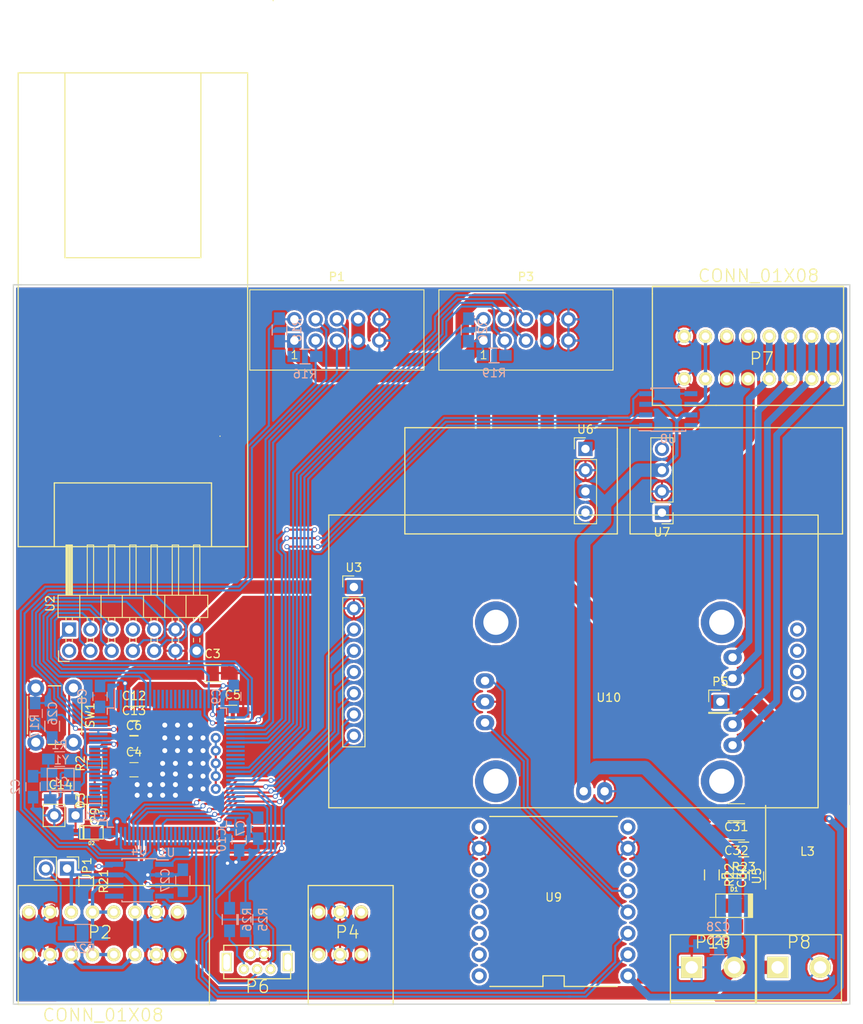
<source format=kicad_pcb>
(kicad_pcb (version 4) (host pcbnew 4.0.5)
  (layers (0 F.Cu signal) (31 B.Cu signal) (34 B.Paste user) (35 F.Paste user) (36 B.SilkS user) (37 F.SilkS user) (38 B.Mask user hide) (39 F.Mask user hide) (44 Edge.Cuts user hide))
  (net 0 "")
  (net 1 GND)
  (net 2 +3V3)
  (net 3 +24V)
  (net 4 /other/CANH)
  (net 5 /other/CANL)
  (net 6 +5V)
  (net 7 SWCLK)
  (net 8 SDA2)
  (net 9 SCL2)
  (net 10 SWDIO)
  (net 11 CANR)
  (net 12 CANT)
  (net 13 SCL1)
  (net 14 SDA1)
  (net 15 RST)
  (net 16 "Net-(JP1-Pad2)")
  (net 17 TX1)
  (net 18 RX1)
  (net 19 TX2)
  (net 20 RX2)
  (net 21 +12V)
  (net 22 "Net-(C30-Pad1)")
  (net 23 "Net-(C30-Pad2)")
  (net 24 "Net-(P6-Pad5)")
  (net 25 "Net-(P6-Pad4)")
  (net 26 /other/LIN_OUT)
  (net 27 "Net-(R22-Pad1)")
  (net 28 ETH_TX0)
  (net 29 ETH_MDC)
  (net 30 ETH_CRS)
  (net 31 ETH_MDIO)
  (net 32 ETH_TX1)
  (net 33 ETH_RX0)
  (net 34 ETH_RX1)
  (net 35 ETH_TXEN)
  (net 36 /STM32F407VET/VCAP1)
  (net 37 /STM32F407VET/VCAP2)
  (net 38 /STM32F407VET/VBAT)
  (net 39 INT1_1)
  (net 40 INT1_2)
  (net 41 INT1_3)
  (net 42 INT2_1)
  (net 43 INT2_2)
  (net 44 INT2_3)
  (net 45 LCD_SCK)
  (net 46 LCD_MOSI)
  (net 47 LIN_TX)
  (net 48 LIN_SLP)
  (net 49 LIN_RX)
  (net 50 LCD_LED)
  (net 51 LCD_A0)
  (net 52 LCD_RESET)
  (net 53 LCD_CS)
  (net 54 AUDIO_L+)
  (net 55 AUDIO_L-)
  (net 56 AUDIO_R+)
  (net 57 AUDIO_R-)
  (net 58 /STM32F407VET/OSC_IN)
  (net 59 /STM32F407VET/OSC_OUT_X)
  (net 60 /STM32F407VET/OSC_OUT)
  (net 61 /other/CAN_RS)
  (net 62 /other/AUDIO_R)
  (net 63 /other/AUDIO_L)
  (net 64 "Net-(D3-Pad1)")
  (net 65 "Net-(D3-Pad2)")
  (module sensact:LQFP-100_14x14mm_Pitch0.5mm_hnadsolder (layer B.Cu) (at 38.354 77.724)
    (fp_text reference U1 (at 0 10.16) (layer B.SilkS) (effects (justify mirror)))
    (fp_text value STM32F407VETx hide)
    (pad 1 smd rect (at -8.2 6) (size 2.2 0.28) (layers B.Cu B.Paste B.Mask) (net 64 "Net-(D3-Pad1)"))
    (pad 26 smd rect (at -6 -8.2 270) (size 2.2 0.28) (layers B.Cu B.Paste B.Mask))
    (pad 51 smd rect (at 8.2 -6) (size 2.2 0.28) (layers B.Cu B.Paste B.Mask) (net 28 ETH_TX0))
    (pad 76 smd rect (at 6 8.2 270) (size 2.2 0.28) (layers B.Cu B.Paste B.Mask) (net 7 SWCLK))
    (pad 2 smd rect (at -8.2 5.5) (size 2.2 0.28) (layers B.Cu B.Paste B.Mask))
    (pad 3 smd rect (at -8.2 5) (size 2.2 0.28) (layers B.Cu B.Paste B.Mask))
    (pad 4 smd rect (at -8.2 4.5) (size 2.2 0.28) (layers B.Cu B.Paste B.Mask))
    (pad 5 smd rect (at -8.2 4) (size 2.2 0.28) (layers B.Cu B.Paste B.Mask))
    (pad 6 smd rect (at -8.2 3.5) (size 2.2 0.28) (layers B.Cu B.Paste B.Mask) (net 38 /STM32F407VET/VBAT))
    (pad 7 smd rect (at -8.2 3) (size 2.2 0.28) (layers B.Cu B.Paste B.Mask))
    (pad 8 smd rect (at -8.2 2.5) (size 2.2 0.28) (layers B.Cu B.Paste B.Mask))
    (pad 9 smd rect (at -8.2 2) (size 2.2 0.28) (layers B.Cu B.Paste B.Mask))
    (pad 10 smd rect (at -8.2 1.5) (size 2.2 0.28) (layers B.Cu B.Paste B.Mask) (net 1 GND))
    (pad 11 smd rect (at -8.2 1) (size 2.2 0.28) (layers B.Cu B.Paste B.Mask) (net 2 +3V3))
    (pad 12 smd rect (at -8.2 0.5) (size 2.2 0.28) (layers B.Cu B.Paste B.Mask) (net 58 /STM32F407VET/OSC_IN))
    (pad 13 smd rect (at -8.2 0) (size 2.2 0.28) (layers B.Cu B.Paste B.Mask) (net 60 /STM32F407VET/OSC_OUT))
    (pad 14 smd rect (at -8.2 -0.5) (size 2.2 0.28) (layers B.Cu B.Paste B.Mask) (net 15 RST))
    (pad 15 smd rect (at -8.2 -1) (size 2.2 0.28) (layers B.Cu B.Paste B.Mask))
    (pad 16 smd rect (at -8.2 -1.5) (size 2.2 0.28) (layers B.Cu B.Paste B.Mask) (net 29 ETH_MDC))
    (pad 17 smd rect (at -8.2 -2) (size 2.2 0.28) (layers B.Cu B.Paste B.Mask))
    (pad 18 smd rect (at -8.2 -2.5) (size 2.2 0.28) (layers B.Cu B.Paste B.Mask))
    (pad 19 smd rect (at -8.2 -3) (size 2.2 0.28) (layers B.Cu B.Paste B.Mask) (net 2 +3V3))
    (pad 20 smd rect (at -8.2 -3.5) (size 2.2 0.28) (layers B.Cu B.Paste B.Mask) (net 1 GND))
    (pad 21 smd rect (at -8.2 -4) (size 2.2 0.28) (layers B.Cu B.Paste B.Mask) (net 2 +3V3))
    (pad 22 smd rect (at -8.2 -4.5) (size 2.2 0.28) (layers B.Cu B.Paste B.Mask) (net 2 +3V3))
    (pad 23 smd rect (at -8.2 -5) (size 2.2 0.28) (layers B.Cu B.Paste B.Mask) (net 30 ETH_CRS))
    (pad 24 smd rect (at -8.2 -5.5) (size 2.2 0.28) (layers B.Cu B.Paste B.Mask))
    (pad 25 smd rect (at -8.2 -6) (size 2.2 0.28) (layers B.Cu B.Paste B.Mask) (net 31 ETH_MDIO))
    (pad 52 smd rect (at 8.2 -5.5) (size 2.2 0.28) (layers B.Cu B.Paste B.Mask) (net 32 ETH_TX1))
    (pad 53 smd rect (at 8.2 -5) (size 2.2 0.28) (layers B.Cu B.Paste B.Mask) (net 40 INT1_2))
    (pad 54 smd rect (at 8.2 -4.5) (size 2.2 0.28) (layers B.Cu B.Paste B.Mask) (net 41 INT1_3))
    (pad 55 smd rect (at 8.2 -4) (size 2.2 0.28) (layers B.Cu B.Paste B.Mask) (net 47 LIN_TX))
    (pad 56 smd rect (at 8.2 -3.5) (size 2.2 0.28) (layers B.Cu B.Paste B.Mask) (net 49 LIN_RX))
    (pad 57 smd rect (at 8.2 -3) (size 2.2 0.28) (layers B.Cu B.Paste B.Mask) (net 48 LIN_SLP))
    (pad 58 smd rect (at 8.2 -2.5) (size 2.2 0.28) (layers B.Cu B.Paste B.Mask))
    (pad 59 smd rect (at 8.2 -2) (size 2.2 0.28) (layers B.Cu B.Paste B.Mask))
    (pad 60 smd rect (at 8.2 -1.5) (size 2.2 0.28) (layers B.Cu B.Paste B.Mask))
    (pad 61 smd rect (at 8.2 -1) (size 2.2 0.28) (layers B.Cu B.Paste B.Mask))
    (pad 62 smd rect (at 8.2 -0.5) (size 2.2 0.28) (layers B.Cu B.Paste B.Mask))
    (pad 63 smd rect (at 8.2 0) (size 2.2 0.28) (layers B.Cu B.Paste B.Mask) (net 44 INT2_3))
    (pad 64 smd rect (at 8.2 0.5) (size 2.2 0.28) (layers B.Cu B.Paste B.Mask) (net 43 INT2_2))
    (pad 65 smd rect (at 8.2 1) (size 2.2 0.28) (layers B.Cu B.Paste B.Mask) (net 42 INT2_1))
    (pad 66 smd rect (at 8.2 1.5) (size 2.2 0.28) (layers B.Cu B.Paste B.Mask) (net 8 SDA2))
    (pad 67 smd rect (at 8.2 2) (size 2.2 0.28) (layers B.Cu B.Paste B.Mask) (net 9 SCL2))
    (pad 68 smd rect (at 8.2 2.5) (size 2.2 0.28) (layers B.Cu B.Paste B.Mask) (net 17 TX1))
    (pad 69 smd rect (at 8.2 3) (size 2.2 0.28) (layers B.Cu B.Paste B.Mask) (net 18 RX1))
    (pad 70 smd rect (at 8.2 3.5) (size 2.2 0.28) (layers B.Cu B.Paste B.Mask))
    (pad 71 smd rect (at 8.2 4) (size 2.2 0.28) (layers B.Cu B.Paste B.Mask))
    (pad 72 smd rect (at 8.2 4.5) (size 2.2 0.28) (layers B.Cu B.Paste B.Mask) (net 10 SWDIO))
    (pad 73 smd rect (at 8.2 5) (size 2.2 0.28) (layers B.Cu B.Paste B.Mask) (net 37 /STM32F407VET/VCAP2))
    (pad 74 smd rect (at 8.2 5.5) (size 2.2 0.28) (layers B.Cu B.Paste B.Mask) (net 1 GND))
    (pad 75 smd rect (at 8.2 6) (size 2.2 0.28) (layers B.Cu B.Paste B.Mask) (net 2 +3V3))
    (pad 27 smd rect (at -5.5 -8.2 270) (size 2.2 0.28) (layers B.Cu B.Paste B.Mask) (net 1 GND))
    (pad 28 smd rect (at -5 -8.2 270) (size 2.2 0.28) (layers B.Cu B.Paste B.Mask) (net 2 +3V3))
    (pad 29 smd rect (at -4.5 -8.2 270) (size 2.2 0.28) (layers B.Cu B.Paste B.Mask))
    (pad 30 smd rect (at -4 -8.2 270) (size 2.2 0.28) (layers B.Cu B.Paste B.Mask))
    (pad 31 smd rect (at -3.5 -8.2 270) (size 2.2 0.28) (layers B.Cu B.Paste B.Mask))
    (pad 32 smd rect (at -3 -8.2 270) (size 2.2 0.28) (layers B.Cu B.Paste B.Mask))
    (pad 33 smd rect (at -2.5 -8.2 270) (size 2.2 0.28) (layers B.Cu B.Paste B.Mask) (net 33 ETH_RX0))
    (pad 34 smd rect (at -2 -8.2 270) (size 2.2 0.28) (layers B.Cu B.Paste B.Mask) (net 34 ETH_RX1))
    (pad 35 smd rect (at -1.5 -8.2 270) (size 2.2 0.28) (layers B.Cu B.Paste B.Mask))
    (pad 36 smd rect (at -1 -8.2 270) (size 2.2 0.28) (layers B.Cu B.Paste B.Mask))
    (pad 37 smd rect (at -0.5 -8.2 270) (size 2.2 0.28) (layers B.Cu B.Paste B.Mask))
    (pad 38 smd rect (at 0 -8.2 270) (size 2.2 0.28) (layers B.Cu B.Paste B.Mask))
    (pad 39 smd rect (at 0.5 -8.2 270) (size 2.2 0.28) (layers B.Cu B.Paste B.Mask))
    (pad 40 smd rect (at 1 -8.2 270) (size 2.2 0.28) (layers B.Cu B.Paste B.Mask))
    (pad 41 smd rect (at 1.5 -8.2 270) (size 2.2 0.28) (layers B.Cu B.Paste B.Mask))
    (pad 42 smd rect (at 2 -8.2 270) (size 2.2 0.28) (layers B.Cu B.Paste B.Mask))
    (pad 43 smd rect (at 2.5 -8.2 270) (size 2.2 0.28) (layers B.Cu B.Paste B.Mask))
    (pad 44 smd rect (at 3 -8.2 270) (size 2.2 0.28) (layers B.Cu B.Paste B.Mask))
    (pad 45 smd rect (at 3.5 -8.2 270) (size 2.2 0.28) (layers B.Cu B.Paste B.Mask))
    (pad 46 smd rect (at 4 -8.2 270) (size 2.2 0.28) (layers B.Cu B.Paste B.Mask))
    (pad 47 smd rect (at 4.5 -8.2 270) (size 2.2 0.28) (layers B.Cu B.Paste B.Mask) (net 39 INT1_1))
    (pad 48 smd rect (at 5 -8.2 270) (size 2.2 0.28) (layers B.Cu B.Paste B.Mask) (net 35 ETH_TXEN))
    (pad 49 smd rect (at 5.5 -8.2 270) (size 2.2 0.28) (layers B.Cu B.Paste B.Mask) (net 36 /STM32F407VET/VCAP1))
    (pad 50 smd rect (at 6 -8.2 270) (size 2.2 0.28) (layers B.Cu B.Paste B.Mask) (net 2 +3V3))
    (pad 77 smd rect (at 5.5 8.2 270) (size 2.2 0.28) (layers B.Cu B.Paste B.Mask))
    (pad 78 smd rect (at 5 8.2 270) (size 2.2 0.28) (layers B.Cu B.Paste B.Mask) (net 19 TX2))
    (pad 79 smd rect (at 4.5 8.2 270) (size 2.2 0.28) (layers B.Cu B.Paste B.Mask) (net 20 RX2))
    (pad 80 smd rect (at 4 8.2 270) (size 2.2 0.28) (layers B.Cu B.Paste B.Mask))
    (pad 81 smd rect (at 3.5 8.2 270) (size 2.2 0.28) (layers B.Cu B.Paste B.Mask) (net 11 CANR))
    (pad 82 smd rect (at 3 8.2 270) (size 2.2 0.28) (layers B.Cu B.Paste B.Mask) (net 12 CANT))
    (pad 83 smd rect (at 2.5 8.2 270) (size 2.2 0.28) (layers B.Cu B.Paste B.Mask))
    (pad 84 smd rect (at 2 8.2 270) (size 2.2 0.28) (layers B.Cu B.Paste B.Mask))
    (pad 85 smd rect (at 1.5 8.2 270) (size 2.2 0.28) (layers B.Cu B.Paste B.Mask))
    (pad 86 smd rect (at 1 8.2 270) (size 2.2 0.28) (layers B.Cu B.Paste B.Mask))
    (pad 87 smd rect (at 0.5 8.2 270) (size 2.2 0.28) (layers B.Cu B.Paste B.Mask))
    (pad 88 smd rect (at 0 8.2 270) (size 2.2 0.28) (layers B.Cu B.Paste B.Mask))
    (pad 89 smd rect (at -0.5 8.2 270) (size 2.2 0.28) (layers B.Cu B.Paste B.Mask) (net 45 LCD_SCK))
    (pad 90 smd rect (at -1 8.2 270) (size 2.2 0.28) (layers B.Cu B.Paste B.Mask) (net 50 LCD_LED))
    (pad 91 smd rect (at -1.5 8.2 270) (size 2.2 0.28) (layers B.Cu B.Paste B.Mask) (net 46 LCD_MOSI))
    (pad 92 smd rect (at -2 8.2 270) (size 2.2 0.28) (layers B.Cu B.Paste B.Mask) (net 13 SCL1))
    (pad 93 smd rect (at -2.5 8.2 270) (size 2.2 0.28) (layers B.Cu B.Paste B.Mask) (net 14 SDA1))
    (pad 94 smd rect (at -3 8.2 270) (size 2.2 0.28) (layers B.Cu B.Paste B.Mask) (net 1 GND))
    (pad 95 smd rect (at -3.5 8.2 270) (size 2.2 0.28) (layers B.Cu B.Paste B.Mask) (net 51 LCD_A0))
    (pad 96 smd rect (at -4 8.2 270) (size 2.2 0.28) (layers B.Cu B.Paste B.Mask) (net 52 LCD_RESET))
    (pad 97 smd rect (at -4.5 8.2 270) (size 2.2 0.28) (layers B.Cu B.Paste B.Mask) (net 53 LCD_CS))
    (pad 98 smd rect (at -5 8.2 270) (size 2.2 0.28) (layers B.Cu B.Paste B.Mask))
    (pad 99 smd rect (at -5.5 8.2 270) (size 2.2 0.28) (layers B.Cu B.Paste B.Mask) (net 1 GND))
    (pad 100 smd rect (at -6 8.2 270) (size 2.2 0.28) (layers B.Cu B.Paste B.Mask) (net 2 +3V3))
  )
  (module sensact:MODULE_ST7735_18 (layer F.Cu) (at 60.706 65.024)
    (fp_text reference U3 (at 0 -11.22) (layer F.SilkS))
    (fp_text value MODULE_ST7735_1_8 hide)
    (pad 1 thru_hole rect (at 0 -8.89) (size 1.7 1.7) (drill 1) (layers *.Cu *.Mask) (net 2 +3V3))
    (pad 2 thru_hole oval (at 0 -6.35) (size 1.7 1.7) (drill 1) (layers *.Cu *.Mask) (net 1 GND))
    (pad 3 thru_hole oval (at 0 -3.81) (size 1.7 1.7) (drill 1) (layers *.Cu *.Mask) (net 53 LCD_CS))
    (pad 4 thru_hole oval (at 0 -1.27) (size 1.7 1.7) (drill 1) (layers *.Cu *.Mask) (net 52 LCD_RESET))
    (pad 5 thru_hole oval (at 0 1.27) (size 1.7 1.7) (drill 1) (layers *.Cu *.Mask) (net 51 LCD_A0))
    (pad 6 thru_hole oval (at 0 3.81) (size 1.7 1.7) (drill 1) (layers *.Cu *.Mask) (net 46 LCD_MOSI))
    (pad 7 thru_hole oval (at 0 6.35) (size 1.7 1.7) (drill 1) (layers *.Cu *.Mask) (net 45 LCD_SCK))
    (pad 8 thru_hole oval (at 0 8.89) (size 1.7 1.7) (drill 1) (layers *.Cu *.Mask) (net 50 LCD_LED))
    (pad 10 thru_hole circle (at 53 -1.27) (size 1.7 1.7) (drill 1) (layers *.Cu *.Mask))
    (pad 9 thru_hole circle (at 53 -3.81) (size 1.7 1.7) (drill 1) (layers *.Cu *.Mask))
    (pad 11 thru_hole circle (at 53 1.27) (size 1.7 1.7) (drill 1) (layers *.Cu *.Mask))
    (pad 12 thru_hole circle (at 53 3.81) (size 1.7 1.7) (drill 1) (layers *.Cu *.Mask))
  )
  (module Capacitors_SMD:C_0805_HandSoldering (layer B.Cu) (at 25.654 81.534 180)
    (fp_text reference C1 (at 0 2.1 180) (layer B.SilkS) (effects (justify mirror)))
    (fp_text value 22p)
    (pad 1 smd rect (at -1.25 0 180) (size 1.5 1.25) (layers B.Cu B.Paste B.Mask) (net 58 /STM32F407VET/OSC_IN))
    (pad 2 smd rect (at 1.25 0 180) (size 1.5 1.25) (layers B.Cu B.Paste B.Mask) (net 1 GND))
  )
  (module Capacitors_SMD:C_0805_HandSoldering (layer B.Cu) (at 22.352 80.01 270)
    (fp_text reference C2 (at 0 2.1 270) (layer B.SilkS) (effects (justify mirror)))
    (fp_text value 22p)
    (pad 1 smd rect (at -1.25 0 270) (size 1.5 1.25) (layers B.Cu B.Paste B.Mask) (net 59 /STM32F407VET/OSC_OUT_X))
    (pad 2 smd rect (at 1.25 0 270) (size 1.5 1.25) (layers B.Cu B.Paste B.Mask) (net 1 GND))
  )
  (module Capacitors_SMD:C_1206_HandSoldering (layer F.Cu) (at 43.815 66.421)
    (fp_text reference C3 (at 0 -2.3) (layer F.SilkS))
    (fp_text value 10u)
    (pad 1 smd rect (at -2 0) (size 2 1.6) (layers F.Cu F.Paste F.Mask) (net 2 +3V3))
    (pad 2 smd rect (at 2 0) (size 2 1.6) (layers F.Cu F.Paste F.Mask) (net 1 GND))
  )
  (module Capacitors_SMD:C_0805_HandSoldering (layer F.Cu) (at 34.417 77.978)
    (fp_text reference C4 (at 0 -2.1) (layer F.SilkS))
    (fp_text value u1)
    (pad 1 smd rect (at -1.25 0) (size 1.5 1.25) (layers F.Cu F.Paste F.Mask) (net 2 +3V3))
    (pad 2 smd rect (at 1.25 0) (size 1.5 1.25) (layers F.Cu F.Paste F.Mask) (net 1 GND))
  )
  (module Capacitors_SMD:C_0805_HandSoldering (layer F.Cu) (at 46.228 71.12)
    (fp_text reference C5 (at 0 -2.1) (layer F.SilkS))
    (fp_text value 2u2)
    (pad 1 smd rect (at -1.25 0) (size 1.5 1.25) (layers F.Cu F.Paste F.Mask) (net 36 /STM32F407VET/VCAP1))
    (pad 2 smd rect (at 1.25 0) (size 1.5 1.25) (layers F.Cu F.Paste F.Mask) (net 1 GND))
  )
  (module Capacitors_SMD:C_0805_HandSoldering (layer B.Cu) (at 29.718 85.598 180)
    (fp_text reference C11 (at 0 2.1 180) (layer B.SilkS) (effects (justify mirror)))
    (fp_text value u1)
    (pad 1 smd rect (at -1.25 0 180) (size 1.5 1.25) (layers B.Cu B.Paste B.Mask) (net 2 +3V3))
    (pad 2 smd rect (at 1.25 0 180) (size 1.5 1.25) (layers B.Cu B.Paste B.Mask) (net 1 GND))
  )
  (module Capacitors_SMD:C_0805_HandSoldering (layer F.Cu) (at 34.417 71.247)
    (fp_text reference C12 (at 0 -2.1) (layer F.SilkS))
    (fp_text value 1u)
    (pad 1 smd rect (at -1.25 0) (size 1.5 1.25) (layers F.Cu F.Paste F.Mask) (net 2 +3V3))
    (pad 2 smd rect (at 1.25 0) (size 1.5 1.25) (layers F.Cu F.Paste F.Mask) (net 1 GND))
  )
  (module Capacitors_SMD:C_0805_HandSoldering (layer F.Cu) (at 34.417 73.025)
    (fp_text reference C13 (at 0 -2.1) (layer F.SilkS))
    (fp_text value u1)
    (pad 1 smd rect (at -1.25 0) (size 1.5 1.25) (layers F.Cu F.Paste F.Mask) (net 2 +3V3))
    (pad 2 smd rect (at 1.25 0) (size 1.5 1.25) (layers F.Cu F.Paste F.Mask) (net 1 GND))
  )
  (module Capacitors_SMD:C_0805_HandSoldering (layer B.Cu) (at 22.606 71.247 90)
    (fp_text reference C26 (at 0 2.1 90) (layer B.SilkS) (effects (justify mirror)))
    (fp_text value u1)
    (pad 1 smd rect (at -1.25 0 90) (size 1.5 1.25) (layers B.Cu B.Paste B.Mask) (net 15 RST))
    (pad 2 smd rect (at 1.25 0 90) (size 1.5 1.25) (layers B.Cu B.Paste B.Mask) (net 1 GND))
  )
  (module Capacitors_SMD:C_0805_HandSoldering (layer B.Cu) (at 40.259 91.186 270)
    (fp_text reference C27 (at 0 2.1 270) (layer B.SilkS) (effects (justify mirror)))
    (fp_text value u1)
    (pad 1 smd rect (at -1.25 0 270) (size 1.5 1.25) (layers B.Cu B.Paste B.Mask) (net 1 GND))
    (pad 2 smd rect (at 1.25 0 270) (size 1.5 1.25) (layers B.Cu B.Paste B.Mask) (net 2 +3V3))
  )
  (module Capacitors_SMD:C_1206_HandSoldering (layer B.Cu) (at 104.267 99.06 180)
    (fp_text reference C28 (at 0 2.3 180) (layer B.SilkS) (effects (justify mirror)))
    (fp_text value 4u7)
    (pad 1 smd rect (at -2 0 180) (size 2 1.6) (layers B.Cu B.Paste B.Mask) (net 3 +24V))
    (pad 2 smd rect (at 2 0 180) (size 2 1.6) (layers B.Cu B.Paste B.Mask) (net 1 GND))
  )
  (module Capacitors_SMD:C_1206_HandSoldering (layer F.Cu) (at 106.426 85.344 180)
    (fp_text reference C32 (at 0 -2.3 180) (layer F.SilkS))
    (fp_text value m1)
    (pad 1 smd rect (at -2 0 180) (size 2 1.6) (layers F.Cu F.Paste F.Mask) (net 2 +3V3))
    (pad 2 smd rect (at 2 0 180) (size 2 1.6) (layers F.Cu F.Paste F.Mask) (net 1 GND))
  )
  (module sensact:do214ac_handsolder (layer F.Cu) (at 106.172 94.234)
    (fp_text reference D1 (at 0 -1.9685) (layer F.SilkS) (effects (font (size 0.50038 0.50038) (thickness 0.11938))))
    (fp_text value SCHOTTKY hide)
    (pad 2 smd rect (at 2.1 0) (size 2.8 1.69926) (layers F.Cu F.Paste F.Mask) (net 22 "Net-(C30-Pad1)"))
    (pad 1 smd rect (at -2.1 0) (size 2.8 1.69926) (layers F.Cu F.Paste F.Mask) (net 1 GND))
  )
  (module sensact:Inductor_CD104_handsolder (layer F.Cu) (at 114.935 87.249)
    (fp_text reference L3 (at 0 0.5) (layer F.SilkS))
    (fp_text value L)
    (pad 1 smd rect (at 0 -5) (size 4 4) (layers F.Cu F.Paste F.Mask) (net 2 +3V3))
    (pad 2 smd rect (at 0 5) (size 4 4) (layers F.Cu F.Paste F.Mask) (net 22 "Net-(C30-Pad1)"))
  )
  (module Connectors:IDC_Header_Straight_10pins (layer F.Cu) (at 53.594 26.67)
    (fp_text reference P1 (at 5.08 -7.62) (layer F.SilkS))
    (fp_text value CONN_01X10)
    (fp_text user 1 (at 0.02 1.72) (layer F.SilkS) (effects (font (thickness 0.12))))
    (pad 1 thru_hole rect (at 0 0) (size 1.7272 1.7272) (drill 1.016) (layers *.Cu *.Mask) (net 2 +3V3))
    (pad 2 thru_hole oval (at 0 -2.54) (size 1.7272 1.7272) (drill 1.016) (layers *.Cu *.Mask) (net 13 SCL1))
    (pad 3 thru_hole oval (at 2.54 0) (size 1.7272 1.7272) (drill 1.016) (layers *.Cu *.Mask) (net 14 SDA1))
    (pad 4 thru_hole oval (at 2.54 -2.54) (size 1.7272 1.7272) (drill 1.016) (layers *.Cu *.Mask) (net 39 INT1_1))
    (pad 5 thru_hole oval (at 5.08 0) (size 1.7272 1.7272) (drill 1.016) (layers *.Cu *.Mask) (net 40 INT1_2))
    (pad 6 thru_hole oval (at 5.08 -2.54) (size 1.7272 1.7272) (drill 1.016) (layers *.Cu *.Mask) (net 41 INT1_3))
    (pad 7 thru_hole oval (at 7.62 0) (size 1.7272 1.7272) (drill 1.016) (layers *.Cu *.Mask) (net 3 +24V))
    (pad 8 thru_hole oval (at 7.62 -2.54) (size 1.7272 1.7272) (drill 1.016) (layers *.Cu *.Mask) (net 3 +24V))
    (pad 9 thru_hole oval (at 10.16 0) (size 1.7272 1.7272) (drill 1.016) (layers *.Cu *.Mask) (net 1 GND))
    (pad 10 thru_hole oval (at 10.16 -2.54) (size 1.7272 1.7272) (drill 1.016) (layers *.Cu *.Mask) (net 1 GND))
  )
  (module sensact:KF141R-8p (layer F.Cu) (at 30.734 97.536)
    (fp_text reference P2 (at -0.381 -0.127) (layer F.SilkS) (effects (font (size 1.5 1.5))))
    (fp_text value CONN_01X08 (at 0 9.779) (layer F.SilkS) (effects (font (size 1.5 1.5))))
    (pad 2 thru_hole circle (at -6.35 -2.54) (size 1.6 1.6) (drill 0.9) (layers *.Cu *.Mask F.SilkS) (net 1 GND))
    (pad 2 thru_hole circle (at -6.35 2.54) (size 1.6 1.6) (drill 0.9) (layers *.Cu *.Mask F.SilkS) (net 1 GND))
    (pad 3 thru_hole circle (at -3.81 -2.54) (size 1.6 1.6) (drill 0.9) (layers *.Cu *.Mask F.SilkS) (net 4 /other/CANH))
    (pad 3 thru_hole circle (at -3.81 2.54) (size 1.6 1.6) (drill 0.9) (layers *.Cu *.Mask F.SilkS) (net 4 /other/CANH))
    (pad 1 thru_hole circle (at -8.89 2.54) (size 1.6 1.6) (drill 0.9) (layers *.Cu *.Mask F.SilkS) (net 3 +24V))
    (pad 1 thru_hole circle (at -8.89 -2.54) (size 1.6 1.6) (drill 0.9) (layers *.Cu *.Mask F.SilkS) (net 3 +24V))
    (pad 4 thru_hole circle (at -1.27 2.54) (size 1.6 1.6) (drill 0.9) (layers *.Cu *.Mask F.SilkS) (net 5 /other/CANL))
    (pad 4 thru_hole circle (at -1.27 -2.54) (size 1.6 1.6) (drill 0.9) (layers *.Cu *.Mask F.SilkS) (net 5 /other/CANL))
    (pad 5 thru_hole circle (at 1.27 2.54) (size 1.6 1.6) (drill 0.9) (layers *.Cu *.Mask F.SilkS) (net 5 /other/CANL))
    (pad 6 thru_hole circle (at 3.81 2.54) (size 1.6 1.6) (drill 0.9) (layers *.Cu *.Mask F.SilkS) (net 4 /other/CANH))
    (pad 7 thru_hole circle (at 6.35 2.54) (size 1.6 1.6) (drill 0.9) (layers *.Cu *.Mask F.SilkS) (net 1 GND))
    (pad 8 thru_hole circle (at 8.89 2.54) (size 1.6 1.6) (drill 0.9) (layers *.Cu *.Mask F.SilkS) (net 3 +24V))
    (pad 5 thru_hole circle (at 1.27 -2.54) (size 1.6 1.6) (drill 0.9) (layers *.Cu *.Mask F.SilkS) (net 5 /other/CANL))
    (pad 6 thru_hole circle (at 3.81 -2.54) (size 1.6 1.6) (drill 0.9) (layers *.Cu *.Mask F.SilkS) (net 4 /other/CANH))
    (pad 7 thru_hole circle (at 6.35 -2.54) (size 1.6 1.6) (drill 0.9) (layers *.Cu *.Mask F.SilkS) (net 1 GND))
    (pad 8 thru_hole circle (at 8.89 -2.54) (size 1.6 1.6) (drill 0.9) (layers *.Cu *.Mask F.SilkS) (net 3 +24V))
  )
  (module Buttons_Switches_THT:SW_PUSH_6mm (layer F.Cu) (at 27.178 68.199 270)
    (fp_text reference SW1 (at 3.25 -2 270) (layer F.SilkS))
    (fp_text value SWITCH)
    (pad 2 thru_hole circle (at 0 4.5) (size 2 2) (drill 1.1) (layers *.Cu *.Mask) (net 1 GND))
    (pad 1 thru_hole circle (at 0 0) (size 2 2) (drill 1.1) (layers *.Cu *.Mask) (net 15 RST))
    (pad 2 thru_hole circle (at 6.5 4.5) (size 2 2) (drill 1.1) (layers *.Cu *.Mask) (net 1 GND))
    (pad 1 thru_hole circle (at 6.5 0) (size 2 2) (drill 1.1) (layers *.Cu *.Mask) (net 15 RST))
  )
  (module sensact:SOIC-8_3.9x4.9mm_Pitch1.27mm_handsolder (layer B.Cu) (at 35.052 91.186 180)
    (fp_text reference U4 (at 0 3.5 180) (layer B.SilkS) (effects (justify mirror)))
    (fp_text value SN65HVD230 hide)
    (pad 1 smd rect (at -3 1.905 180) (size 2.2 0.6) (layers B.Cu B.Paste B.Mask) (net 12 CANT))
    (pad 2 smd rect (at -3 0.635 180) (size 2.2 0.6) (layers B.Cu B.Paste B.Mask) (net 1 GND))
    (pad 3 smd rect (at -3 -0.635 180) (size 2.2 0.6) (layers B.Cu B.Paste B.Mask) (net 2 +3V3))
    (pad 4 smd rect (at -3 -1.905 180) (size 2.2 0.6) (layers B.Cu B.Paste B.Mask) (net 11 CANR))
    (pad 5 smd rect (at 3 -1.905 180) (size 2.2 0.6) (layers B.Cu B.Paste B.Mask))
    (pad 6 smd rect (at 3 -0.635 180) (size 2.2 0.6) (layers B.Cu B.Paste B.Mask) (net 5 /other/CANL))
    (pad 7 smd rect (at 3 0.635 180) (size 2.2 0.6) (layers B.Cu B.Paste B.Mask) (net 4 /other/CANH))
    (pad 8 smd rect (at 3 1.905 180) (size 2.2 0.6) (layers B.Cu B.Paste B.Mask) (net 61 /other/CAN_RS))
  )
  (module sensact:SOT-23-6_handsolder (layer F.Cu) (at 106.172 90.678 270)
    (fp_text reference U5 (at 0 -2.7 450) (layer F.SilkS))
    (fp_text value LMR14006)
    (pad 1 smd rect (at -1.35 -0.95 270) (size 1.5 0.65) (layers F.Cu F.Paste F.Mask) (net 23 "Net-(C30-Pad2)"))
    (pad 2 smd rect (at -1.35 0 270) (size 1.5 0.65) (layers F.Cu F.Paste F.Mask) (net 1 GND))
    (pad 3 smd rect (at -1.35 0.95 270) (size 1.5 0.65) (layers F.Cu F.Paste F.Mask) (net 27 "Net-(R22-Pad1)"))
    (pad 4 smd rect (at 1.35 0.95 270) (size 1.5 0.65) (layers F.Cu F.Paste F.Mask) (net 3 +24V))
    (pad 6 smd rect (at 1.35 -0.95 270) (size 1.5 0.65) (layers F.Cu F.Paste F.Mask) (net 22 "Net-(C30-Pad1)"))
    (pad 5 smd rect (at 1.35 0 270) (size 1.5 0.65) (layers F.Cu F.Paste F.Mask) (net 3 +24V))
  )
  (module Capacitors_SMD:C_0805_HandSoldering (layer F.Cu) (at 34.417 74.803)
    (fp_text reference C6 (at 0 -2.1) (layer F.SilkS))
    (fp_text value u1)
    (pad 1 smd rect (at -1.25 0) (size 1.5 1.25) (layers F.Cu F.Paste F.Mask) (net 2 +3V3))
    (pad 2 smd rect (at 1.25 0) (size 1.5 1.25) (layers F.Cu F.Paste F.Mask) (net 1 GND))
  )
  (module Capacitors_SMD:C_0805_HandSoldering (layer B.Cu) (at 49.276 84.963 270)
    (fp_text reference C7 (at 0 2.1 270) (layer B.SilkS) (effects (justify mirror)))
    (fp_text value 2u2)
    (pad 1 smd rect (at -1.25 0 270) (size 1.5 1.25) (layers B.Cu B.Paste B.Mask) (net 37 /STM32F407VET/VCAP2))
    (pad 2 smd rect (at 1.25 0 270) (size 1.5 1.25) (layers B.Cu B.Paste B.Mask) (net 1 GND))
  )
  (module Capacitors_SMD:C_0805_HandSoldering (layer B.Cu) (at 30.353 69.215 270)
    (fp_text reference C8 (at 0 2.1 270) (layer B.SilkS) (effects (justify mirror)))
    (fp_text value u1)
    (pad 1 smd rect (at -1.25 0 270) (size 1.5 1.25) (layers B.Cu B.Paste B.Mask) (net 2 +3V3))
    (pad 2 smd rect (at 1.25 0 270) (size 1.5 1.25) (layers B.Cu B.Paste B.Mask) (net 1 GND))
  )
  (module Capacitors_SMD:C_0805_HandSoldering (layer B.Cu) (at 46.355 69.215 270)
    (fp_text reference C9 (at 0 2.1 270) (layer B.SilkS) (effects (justify mirror)))
    (fp_text value u1)
    (pad 1 smd rect (at -1.25 0 270) (size 1.5 1.25) (layers B.Cu B.Paste B.Mask) (net 2 +3V3))
    (pad 2 smd rect (at 1.25 0 270) (size 1.5 1.25) (layers B.Cu B.Paste B.Mask) (net 1 GND))
  )
  (module Capacitors_SMD:C_0805_HandSoldering (layer B.Cu) (at 46.99 86.36 270)
    (fp_text reference C10 (at 0 2.1 270) (layer B.SilkS) (effects (justify mirror)))
    (fp_text value u1)
    (pad 1 smd rect (at -1.25 0 270) (size 1.5 1.25) (layers B.Cu B.Paste B.Mask) (net 2 +3V3))
    (pad 2 smd rect (at 1.25 0 270) (size 1.5 1.25) (layers B.Cu B.Paste B.Mask) (net 1 GND))
  )
  (module Resistors_SMD:R_0805_HandSoldering (layer B.Cu) (at 54.864 28.575)
    (fp_text reference R16 (at 0 2.1) (layer B.SilkS) (effects (justify mirror)))
    (fp_text value 4k7)
    (pad 1 smd rect (at -1.35 0) (size 1.5 1.3) (layers B.Cu B.Paste B.Mask) (net 2 +3V3))
    (pad 2 smd rect (at 1.35 0) (size 1.5 1.3) (layers B.Cu B.Paste B.Mask) (net 14 SDA1))
  )
  (module Resistors_SMD:R_0805_HandSoldering (layer B.Cu) (at 24.638 72.771 270)
    (fp_text reference R17 (at 0 2.1 270) (layer B.SilkS) (effects (justify mirror)))
    (fp_text value 4k7)
    (pad 1 smd rect (at -1.35 0 270) (size 1.5 1.3) (layers B.Cu B.Paste B.Mask) (net 2 +3V3))
    (pad 2 smd rect (at 1.35 0 270) (size 1.5 1.3) (layers B.Cu B.Paste B.Mask) (net 15 RST))
  )
  (module Resistors_SMD:R_0805_HandSoldering (layer B.Cu) (at 51.816 25.4 90)
    (fp_text reference R18 (at 0 2.1 90) (layer B.SilkS) (effects (justify mirror)))
    (fp_text value 4k7)
    (pad 1 smd rect (at -1.35 0 90) (size 1.5 1.3) (layers B.Cu B.Paste B.Mask) (net 2 +3V3))
    (pad 2 smd rect (at 1.35 0 90) (size 1.5 1.3) (layers B.Cu B.Paste B.Mask) (net 13 SCL1))
  )
  (module Resistors_SMD:R_0805_HandSoldering (layer B.Cu) (at 77.47 28.448)
    (fp_text reference R19 (at 0 2.1) (layer B.SilkS) (effects (justify mirror)))
    (fp_text value 4k7)
    (pad 1 smd rect (at -1.35 0) (size 1.5 1.3) (layers B.Cu B.Paste B.Mask) (net 2 +3V3))
    (pad 2 smd rect (at 1.35 0) (size 1.5 1.3) (layers B.Cu B.Paste B.Mask) (net 8 SDA2))
  )
  (module Connectors:IDC_Header_Straight_10pins (layer F.Cu) (at 76.2 26.67)
    (fp_text reference P3 (at 5.08 -7.62) (layer F.SilkS))
    (fp_text value CONN_01X10)
    (fp_text user 1 (at 0.02 1.72) (layer F.SilkS) (effects (font (thickness 0.12))))
    (pad 1 thru_hole rect (at 0 0) (size 1.7272 1.7272) (drill 1.016) (layers *.Cu *.Mask) (net 2 +3V3))
    (pad 2 thru_hole oval (at 0 -2.54) (size 1.7272 1.7272) (drill 1.016) (layers *.Cu *.Mask) (net 9 SCL2))
    (pad 3 thru_hole oval (at 2.54 0) (size 1.7272 1.7272) (drill 1.016) (layers *.Cu *.Mask) (net 8 SDA2))
    (pad 4 thru_hole oval (at 2.54 -2.54) (size 1.7272 1.7272) (drill 1.016) (layers *.Cu *.Mask) (net 42 INT2_1))
    (pad 5 thru_hole oval (at 5.08 0) (size 1.7272 1.7272) (drill 1.016) (layers *.Cu *.Mask) (net 43 INT2_2))
    (pad 6 thru_hole oval (at 5.08 -2.54) (size 1.7272 1.7272) (drill 1.016) (layers *.Cu *.Mask) (net 44 INT2_3))
    (pad 7 thru_hole oval (at 7.62 0) (size 1.7272 1.7272) (drill 1.016) (layers *.Cu *.Mask) (net 3 +24V))
    (pad 8 thru_hole oval (at 7.62 -2.54) (size 1.7272 1.7272) (drill 1.016) (layers *.Cu *.Mask) (net 3 +24V))
    (pad 9 thru_hole oval (at 10.16 0) (size 1.7272 1.7272) (drill 1.016) (layers *.Cu *.Mask) (net 1 GND))
    (pad 10 thru_hole oval (at 10.16 -2.54) (size 1.7272 1.7272) (drill 1.016) (layers *.Cu *.Mask) (net 1 GND))
  )
  (module Pin_Headers:Pin_Header_Straight_1x02_Pitch2.54mm (layer F.Cu) (at 26.416 89.789 270)
    (fp_text reference JP1 (at 0 -2.39 270) (layer F.SilkS))
    (fp_text value Jumper)
    (pad 1 thru_hole rect (at 0 0 270) (size 1.7 1.7) (drill 1) (layers *.Cu *.Mask) (net 4 /other/CANH))
    (pad 2 thru_hole oval (at 0 2.54 270) (size 1.7 1.7) (drill 1) (layers *.Cu *.Mask) (net 16 "Net-(JP1-Pad2)"))
  )
  (module Resistors_SMD:R_0805_HandSoldering (layer F.Cu) (at 28.702 91.313 270)
    (fp_text reference R21 (at 0 -2.1 270) (layer F.SilkS))
    (fp_text value 10k)
    (pad 1 smd rect (at -1.35 0 270) (size 1.5 1.3) (layers F.Cu F.Paste F.Mask) (net 61 /other/CAN_RS))
    (pad 2 smd rect (at 1.35 0 270) (size 1.5 1.3) (layers F.Cu F.Paste F.Mask) (net 1 GND))
  )
  (module Resistors_SMD:R_0805_HandSoldering (layer F.Cu) (at 103.505 90.551 270)
    (fp_text reference R22 (at 0 -2.1 270) (layer F.SilkS))
    (fp_text value 1k)
    (pad 1 smd rect (at -1.35 0 270) (size 1.5 1.3) (layers F.Cu F.Paste F.Mask) (net 27 "Net-(R22-Pad1)"))
    (pad 2 smd rect (at 1.35 0 270) (size 1.5 1.3) (layers F.Cu F.Paste F.Mask) (net 1 GND))
  )
  (module Pin_Headers:Pin_Header_Straight_1x01_Pitch2.54mm (layer F.Cu) (at 104.521 69.85)
    (fp_text reference P5 (at 0 -2.39) (layer F.SilkS))
    (fp_text value CONN_01X01)
    (pad 1 thru_hole rect (at 0 0) (size 1.7 1.7) (drill 1) (layers *.Cu *.Mask) (net 2 +3V3))
  )
  (module Resistors_SMD:R_0805_HandSoldering (layer F.Cu) (at 107.315 87.503 180)
    (fp_text reference R23 (at 0 -2.1 180) (layer F.SilkS))
    (fp_text value 3k3)
    (pad 1 smd rect (at -1.35 0 180) (size 1.5 1.3) (layers F.Cu F.Paste F.Mask) (net 2 +3V3))
    (pad 2 smd rect (at 1.35 0 180) (size 1.5 1.3) (layers F.Cu F.Paste F.Mask) (net 27 "Net-(R22-Pad1)"))
  )
  (module Resistors_SMD:R_0805_HandSoldering (layer B.Cu) (at 47.752 95.885 90)
    (fp_text reference R25 (at 0 2.1 90) (layer B.SilkS) (effects (justify mirror)))
    (fp_text value 100R)
    (pad 1 smd rect (at -1.35 0 90) (size 1.5 1.3) (layers B.Cu B.Paste B.Mask) (net 25 "Net-(P6-Pad4)"))
    (pad 2 smd rect (at 1.35 0 90) (size 1.5 1.3) (layers B.Cu B.Paste B.Mask) (net 17 TX1))
  )
  (module Resistors_SMD:R_0805_HandSoldering (layer B.Cu) (at 45.847 95.885 90)
    (fp_text reference R26 (at 0 2.1 90) (layer B.SilkS) (effects (justify mirror)))
    (fp_text value 100R)
    (pad 1 smd rect (at -1.35 0 90) (size 1.5 1.3) (layers B.Cu B.Paste B.Mask) (net 24 "Net-(P6-Pad5)"))
    (pad 2 smd rect (at 1.35 0 90) (size 1.5 1.3) (layers B.Cu B.Paste B.Mask) (net 18 RX1))
  )
  (module Capacitors_SMD:C_1206_HandSoldering (layer F.Cu) (at 104.267 96.647 180)
    (fp_text reference C29 (at 0 -1.75 180) (layer F.SilkS))
    (fp_text value 4u7)
    (pad 1 smd rect (at -2 0 180) (size 2 1.6) (layers F.Cu F.Paste F.Mask) (net 3 +24V))
    (pad 2 smd rect (at 2 0 180) (size 2 1.6) (layers F.Cu F.Paste F.Mask) (net 1 GND))
  )
  (module Capacitors_SMD:C_0805_HandSoldering (layer F.Cu) (at 108.839 90.678 90)
    (fp_text reference C30 (at 0 -1.75 90) (layer F.SilkS))
    (fp_text value u15)
    (pad 1 smd rect (at -1.25 0 90) (size 1.5 1.25) (layers F.Cu F.Paste F.Mask) (net 22 "Net-(C30-Pad1)"))
    (pad 2 smd rect (at 1.25 0 90) (size 1.5 1.25) (layers F.Cu F.Paste F.Mask) (net 23 "Net-(C30-Pad2)"))
  )
  (module Capacitors_SMD:C_1206_HandSoldering (layer F.Cu) (at 106.426 83.058 180)
    (fp_text reference C31 (at 0 -1.75 180) (layer F.SilkS))
    (fp_text value 10u)
    (pad 1 smd rect (at -2 0 180) (size 2 1.6) (layers F.Cu F.Paste F.Mask) (net 2 +3V3))
    (pad 2 smd rect (at 2 0 180) (size 2 1.6) (layers F.Cu F.Paste F.Mask) (net 1 GND))
  )
  (module sensact:KF141R-3p (layer F.Cu) (at 60.325 97.536)
    (fp_text reference P4 (at -0.381 -0.127) (layer F.SilkS) (effects (font (size 1.5 1.5))))
    (fp_text value CONN_01X03)
    (pad 2 thru_hole circle (at -1.27 -2.54) (size 1.6 1.6) (drill 0.9) (layers *.Cu *.Mask F.SilkS) (net 1 GND))
    (pad 2 thru_hole circle (at -1.27 2.54) (size 1.6 1.6) (drill 0.9) (layers *.Cu *.Mask F.SilkS) (net 1 GND))
    (pad 3 thru_hole circle (at 1.27 -2.54) (size 1.6 1.6) (drill 0.9) (layers *.Cu *.Mask F.SilkS) (net 3 +24V))
    (pad 3 thru_hole circle (at 1.27 2.54) (size 1.6 1.6) (drill 0.9) (layers *.Cu *.Mask F.SilkS) (net 3 +24V))
    (pad 1 thru_hole circle (at -3.81 2.54) (size 1.6 1.6) (drill 0.9) (layers *.Cu *.Mask F.SilkS) (net 2 +3V3))
    (pad 1 thru_hole circle (at -3.81 -2.54) (size 1.6 1.6) (drill 0.9) (layers *.Cu *.Mask F.SilkS) (net 2 +3V3))
  )
  (module sensact:miniusb_vert (layer F.Cu) (at 49.149 100.965)
    (fp_text reference P6 (at 0.04 2.94) (layer F.SilkS) (effects (font (size 1.5 1.5))))
    (fp_text value CONN_01X05)
    (pad 3 thru_hole circle (at 0 0.85) (size 1.2 1.2) (drill 0.7) (layers *.Cu *.Mask F.SilkS) (net 7 SWCLK))
    (pad 1 thru_hole circle (at 1.6 0.85) (size 1.2 1.2) (drill 0.7) (layers *.Cu *.Mask F.SilkS) (net 10 SWDIO))
    (pad 5 thru_hole circle (at -1.6 0.85) (size 1.2 1.2) (drill 0.7) (layers *.Cu *.Mask F.SilkS) (net 24 "Net-(P6-Pad5)"))
    (pad 2 thru_hole circle (at 0.8 -0.95) (size 1.2 1.2) (drill 0.7) (layers *.Cu *.Mask F.SilkS) (net 1 GND))
    (pad 4 thru_hole circle (at -0.8 -0.95) (size 1.2 1.2) (drill 0.7) (layers *.Cu *.Mask F.SilkS) (net 25 "Net-(P6-Pad4)"))
    (pad "" thru_hole rect (at 3.65 0) (size 1.2 2.2) (drill oval 0.8 1.9) (layers *.Cu *.Mask F.SilkS))
    (pad "" thru_hole rect (at -3.65 0) (size 1.2 2.2) (drill oval 0.8 1.9) (layers *.Cu *.Mask F.SilkS))
  )
  (module sensact:KF141R-8p (layer F.Cu) (at 109.093 28.702 180)
    (fp_text reference P7 (at -0.381 -0.127 180) (layer F.SilkS) (effects (font (size 1.5 1.5))))
    (fp_text value CONN_01X08 (at 0 9.779 180) (layer F.SilkS) (effects (font (size 1.5 1.5))))
    (pad 2 thru_hole circle (at -6.35 -2.54 180) (size 1.6 1.6) (drill 0.9) (layers *.Cu *.Mask F.SilkS) (net 56 AUDIO_R+))
    (pad 2 thru_hole circle (at -6.35 2.54 180) (size 1.6 1.6) (drill 0.9) (layers *.Cu *.Mask F.SilkS) (net 56 AUDIO_R+))
    (pad 3 thru_hole circle (at -3.81 -2.54 180) (size 1.6 1.6) (drill 0.9) (layers *.Cu *.Mask F.SilkS) (net 55 AUDIO_L-))
    (pad 3 thru_hole circle (at -3.81 2.54 180) (size 1.6 1.6) (drill 0.9) (layers *.Cu *.Mask F.SilkS) (net 55 AUDIO_L-))
    (pad 1 thru_hole circle (at -8.89 2.54 180) (size 1.6 1.6) (drill 0.9) (layers *.Cu *.Mask F.SilkS) (net 57 AUDIO_R-))
    (pad 1 thru_hole circle (at -8.89 -2.54 180) (size 1.6 1.6) (drill 0.9) (layers *.Cu *.Mask F.SilkS) (net 57 AUDIO_R-))
    (pad 4 thru_hole circle (at -1.27 2.54 180) (size 1.6 1.6) (drill 0.9) (layers *.Cu *.Mask F.SilkS) (net 54 AUDIO_L+))
    (pad 4 thru_hole circle (at -1.27 -2.54 180) (size 1.6 1.6) (drill 0.9) (layers *.Cu *.Mask F.SilkS) (net 54 AUDIO_L+))
    (pad 5 thru_hole circle (at 1.27 2.54 180) (size 1.6 1.6) (drill 0.9) (layers *.Cu *.Mask F.SilkS) (net 21 +12V))
    (pad 6 thru_hole circle (at 3.81 2.54 180) (size 1.6 1.6) (drill 0.9) (layers *.Cu *.Mask F.SilkS) (net 6 +5V))
    (pad 7 thru_hole circle (at 6.35 2.54 180) (size 1.6 1.6) (drill 0.9) (layers *.Cu *.Mask F.SilkS) (net 26 /other/LIN_OUT))
    (pad 8 thru_hole circle (at 8.89 2.54 180) (size 1.6 1.6) (drill 0.9) (layers *.Cu *.Mask F.SilkS) (net 1 GND))
    (pad 5 thru_hole circle (at 1.27 -2.54 180) (size 1.6 1.6) (drill 0.9) (layers *.Cu *.Mask F.SilkS) (net 21 +12V))
    (pad 6 thru_hole circle (at 3.81 -2.54 180) (size 1.6 1.6) (drill 0.9) (layers *.Cu *.Mask F.SilkS) (net 6 +5V))
    (pad 7 thru_hole circle (at 6.35 -2.54 180) (size 1.6 1.6) (drill 0.9) (layers *.Cu *.Mask F.SilkS) (net 26 /other/LIN_OUT))
    (pad 8 thru_hole circle (at 8.89 -2.54 180) (size 1.6 1.6) (drill 0.9) (layers *.Cu *.Mask F.SilkS) (net 1 GND))
  )
  (module Resistors_SMD:R_0805_HandSoldering (layer B.Cu) (at 74.422 25.4 90)
    (fp_text reference R20 (at 0 1.7 90) (layer B.SilkS) (effects (justify mirror)))
    (fp_text value 4k7)
    (pad 1 smd rect (at -1.35 0 90) (size 1.5 1.3) (layers B.Cu B.Paste B.Mask) (net 2 +3V3))
    (pad 2 smd rect (at 1.35 0 90) (size 1.5 1.3) (layers B.Cu B.Paste B.Mask) (net 9 SCL2))
  )
  (module Resistors_SMD:R_1206_HandSoldering (layer B.Cu) (at 28.321 97.536)
    (fp_text reference R24 (at 0 1.85) (layer B.SilkS) (effects (justify mirror)))
    (fp_text value 120R)
    (pad 1 smd rect (at -2 0) (size 2 1.7) (layers B.Cu B.Paste B.Mask) (net 16 "Net-(JP1-Pad2)"))
    (pad 2 smd rect (at 2 0) (size 2 1.7) (layers B.Cu B.Paste B.Mask) (net 5 /other/CANL))
  )
  (module sensact:MODULE_STEPDOWN (layer F.Cu) (at 88.392 39.624)
    (fp_text reference U6 (at 0 -2.33) (layer F.SilkS))
    (fp_text value MODULE_STEPDOWN)
    (pad 1 thru_hole rect (at 0 0) (size 1.7 1.7) (drill 1) (layers *.Cu *.Mask) (net 6 +5V))
    (pad 2 thru_hole oval (at 0 2.54) (size 1.7 1.7) (drill 1) (layers *.Cu *.Mask) (net 1 GND))
    (pad 3 thru_hole oval (at 0 5.08) (size 1.7 1.7) (drill 1) (layers *.Cu *.Mask) (net 3 +24V))
    (pad 4 thru_hole oval (at 0 7.62) (size 1.7 1.7) (drill 1) (layers *.Cu *.Mask))
  )
  (module sensact:MODULE_STEPDOWN (layer F.Cu) (at 97.536 47.244 180)
    (fp_text reference U7 (at 0 -2.33 180) (layer F.SilkS))
    (fp_text value MODULE_STEPDOWN)
    (pad 1 thru_hole rect (at 0 0 180) (size 1.7 1.7) (drill 1) (layers *.Cu *.Mask) (net 21 +12V))
    (pad 2 thru_hole oval (at 0 2.54 180) (size 1.7 1.7) (drill 1) (layers *.Cu *.Mask) (net 1 GND))
    (pad 3 thru_hole oval (at 0 5.08 180) (size 1.7 1.7) (drill 1) (layers *.Cu *.Mask) (net 3 +24V))
    (pad 4 thru_hole oval (at 0 7.62 180) (size 1.7 1.7) (drill 1) (layers *.Cu *.Mask))
  )
  (module Housings_SOIC:SOIC-8_3.9x4.9mm_Pitch1.27mm (layer B.Cu) (at 98.298 34.925)
    (fp_text reference U8 (at 0 3.5) (layer B.SilkS) (effects (justify mirror)))
    (fp_text value TJA1021T)
    (pad 1 smd rect (at -2.7 1.905) (size 1.55 0.6) (layers B.Cu B.Paste B.Mask) (net 47 LIN_TX))
    (pad 2 smd rect (at -2.7 0.635) (size 1.55 0.6) (layers B.Cu B.Paste B.Mask) (net 48 LIN_SLP))
    (pad 3 smd rect (at -2.7 -0.635) (size 1.55 0.6) (layers B.Cu B.Paste B.Mask) (net 3 +24V))
    (pad 4 smd rect (at -2.7 -1.905) (size 1.55 0.6) (layers B.Cu B.Paste B.Mask) (net 49 LIN_RX))
    (pad 5 smd rect (at 2.7 -1.905) (size 1.55 0.6) (layers B.Cu B.Paste B.Mask) (net 1 GND))
    (pad 6 smd rect (at 2.7 -0.635) (size 1.55 0.6) (layers B.Cu B.Paste B.Mask) (net 26 /other/LIN_OUT))
    (pad 7 smd rect (at 2.7 0.635) (size 1.55 0.6) (layers B.Cu B.Paste B.Mask) (net 3 +24V))
    (pad 8 smd rect (at 2.7 1.905) (size 1.55 0.6) (layers B.Cu B.Paste B.Mask))
  )
  (module sensact:DFPlayerMini (layer F.Cu) (at 84.582 93.726 180)
    (fp_text reference U9 (at 0 0.5 180) (layer F.SilkS))
    (fp_text value DFPlayerMini)
    (pad 1 thru_hole circle (at -8.89 -8.89 180) (size 1.8 1.8) (drill 1) (layers *.Cu *.Mask) (net 2 +3V3))
    (pad 2 thru_hole circle (at -8.89 -6.35 180) (size 1.8 1.8) (drill 1) (layers *.Cu *.Mask) (net 20 RX2))
    (pad 3 thru_hole circle (at -8.89 -3.81 180) (size 1.8 1.8) (drill 1) (layers *.Cu *.Mask) (net 19 TX2))
    (pad 4 thru_hole circle (at -8.89 -1.27 180) (size 1.8 1.8) (drill 1) (layers *.Cu *.Mask) (net 62 /other/AUDIO_R))
    (pad 5 thru_hole circle (at -8.89 1.27 180) (size 1.8 1.8) (drill 1) (layers *.Cu *.Mask) (net 63 /other/AUDIO_L))
    (pad 6 thru_hole circle (at -8.89 3.81 180) (size 1.8 1.8) (drill 1) (layers *.Cu *.Mask))
    (pad 7 thru_hole circle (at -8.89 6.35 180) (size 1.8 1.8) (drill 1) (layers *.Cu *.Mask) (net 1 GND))
    (pad 8 thru_hole circle (at -8.89 8.89 180) (size 1.8 1.8) (drill 1) (layers *.Cu *.Mask))
    (pad 9 thru_hole circle (at 8.89 8.89 180) (size 1.8 1.8) (drill 1) (layers *.Cu *.Mask))
    (pad 10 thru_hole circle (at 8.89 6.35 180) (size 1.8 1.8) (drill 1) (layers *.Cu *.Mask) (net 1 GND))
    (pad 11 thru_hole circle (at 8.89 3.81 180) (size 1.8 1.8) (drill 1) (layers *.Cu *.Mask))
    (pad 12 thru_hole circle (at 8.89 1.27 180) (size 1.8 1.8) (drill 1) (layers *.Cu *.Mask))
    (pad 13 thru_hole circle (at 8.89 -1.27 180) (size 1.8 1.8) (drill 1) (layers *.Cu *.Mask))
    (pad 14 thru_hole circle (at 8.89 -3.81 180) (size 1.8 1.8) (drill 1) (layers *.Cu *.Mask))
    (pad 15 thru_hole circle (at 8.89 -6.35 180) (size 1.8 1.8) (drill 1) (layers *.Cu *.Mask))
    (pad 16 thru_hole circle (at 8.89 -8.89 180) (size 1.8 1.8) (drill 1) (layers *.Cu *.Mask))
  )
  (module sensact:MODULE_TPA3110stereo (layer F.Cu) (at 91.186 69.85 180)
    (fp_text reference U10 (at 0 0.5 180) (layer F.SilkS))
    (fp_text value MODULE_TPA3110stereo)
    (pad "" np_thru_hole circle (at -13.5 9.5 180) (size 5 5) (drill 3) (layers *.Cu *.Mask))
    (pad "" np_thru_hole circle (at 13.5 9.5 180) (size 5 5) (drill 3) (layers *.Cu *.Mask))
    (pad "" np_thru_hole circle (at 13.5 -9.5 180) (size 5 5) (drill 3) (layers *.Cu *.Mask))
    (pad "" np_thru_hole circle (at -13.5 -9.5 180) (size 5 5) (drill 3) (layers *.Cu *.Mask))
    (pad 2 thru_hole oval (at 0.5 -10.7 180) (size 1.8 2.2) (drill 1) (layers *.Cu *.Mask) (net 1 GND))
    (pad 1 thru_hole oval (at 3 -10.7 180) (size 1.8 2.2) (drill 1) (layers *.Cu *.Mask) (net 3 +24V))
    (pad 8 thru_hole oval (at -14.8 5.3 180) (size 2.2 1.8) (drill 1) (layers *.Cu *.Mask) (net 54 AUDIO_L+))
    (pad 9 thru_hole oval (at -14.8 2.8 180) (size 2.2 1.8) (drill 1) (layers *.Cu *.Mask) (net 55 AUDIO_L-))
    (pad 7 thru_hole oval (at -14.8 -5.2 180) (size 2.2 1.8) (drill 1) (layers *.Cu *.Mask) (net 57 AUDIO_R-))
    (pad 6 thru_hole oval (at -14.8 -2.7 180) (size 2.2 1.8) (drill 1) (layers *.Cu *.Mask) (net 56 AUDIO_R+))
    (pad 4 thru_hole oval (at 14.8 0 180) (size 2.2 1.8) (drill 1) (layers *.Cu *.Mask) (net 1 GND))
    (pad 3 thru_hole oval (at 14.8 -2.5 180) (size 2.2 1.8) (drill 1) (layers *.Cu *.Mask) (net 62 /other/AUDIO_R))
    (pad 5 thru_hole oval (at 14.8 2.5 180) (size 2.2 1.8) (drill 1) (layers *.Cu *.Mask) (net 63 /other/AUDIO_L))
  )
  (module sensact:MODULE_LAN8720 (layer F.Cu) (at 26.67 63.754 90)
    (fp_text reference U2 (at 5.655 -2.27 90) (layer F.SilkS))
    (fp_text value MODULE_LAN8720)
    (pad 1 thru_hole rect (at 2.54 0 90) (size 1.7 1.7) (drill 1) (layers *.Cu *.Mask) (net 32 ETH_TX1))
    (pad 2 thru_hole oval (at 0 0 90) (size 1.7 1.7) (drill 1) (layers *.Cu *.Mask))
    (pad 3 thru_hole oval (at 2.54 2.54 90) (size 1.7 1.7) (drill 1) (layers *.Cu *.Mask) (net 35 ETH_TXEN))
    (pad 4 thru_hole oval (at 0 2.54 90) (size 1.7 1.7) (drill 1) (layers *.Cu *.Mask) (net 28 ETH_TX0))
    (pad 5 thru_hole oval (at 2.54 5.08 90) (size 1.7 1.7) (drill 1) (layers *.Cu *.Mask) (net 33 ETH_RX0))
    (pad 6 thru_hole oval (at 0 5.08 90) (size 1.7 1.7) (drill 1) (layers *.Cu *.Mask) (net 34 ETH_RX1))
    (pad 7 thru_hole oval (at 2.54 7.62 90) (size 1.7 1.7) (drill 1) (layers *.Cu *.Mask))
    (pad 8 thru_hole oval (at 0 7.62 90) (size 1.7 1.7) (drill 1) (layers *.Cu *.Mask) (net 30 ETH_CRS))
    (pad 9 thru_hole oval (at 2.54 10.16 90) (size 1.7 1.7) (drill 1) (layers *.Cu *.Mask) (net 31 ETH_MDIO))
    (pad 10 thru_hole oval (at 0 10.16 90) (size 1.7 1.7) (drill 1) (layers *.Cu *.Mask) (net 29 ETH_MDC))
    (pad 11 thru_hole oval (at 2.54 12.7 90) (size 1.7 1.7) (drill 1) (layers *.Cu *.Mask) (net 1 GND))
    (pad 12 thru_hole oval (at 0 12.7 90) (size 1.7 1.7) (drill 1) (layers *.Cu *.Mask) (net 1 GND))
    (pad 13 thru_hole oval (at 2.54 15.24 90) (size 1.7 1.7) (drill 1) (layers *.Cu *.Mask) (net 2 +3V3))
    (pad 14 thru_hole oval (at 0 15.24 90) (size 1.7 1.7) (drill 1) (layers *.Cu *.Mask) (net 2 +3V3))
  )
  (module Resistors_SMD:R_0805_HandSoldering (layer B.Cu) (at 25.527 76.708 180)
    (fp_text reference R1 (at 0 1.7 180) (layer B.SilkS) (effects (justify mirror)))
    (fp_text value K22)
    (pad 1 smd rect (at -1.35 0 180) (size 1.5 1.3) (layers B.Cu B.Paste B.Mask) (net 60 /STM32F407VET/OSC_OUT))
    (pad 2 smd rect (at 1.35 0 180) (size 1.5 1.3) (layers B.Cu B.Paste B.Mask) (net 59 /STM32F407VET/OSC_OUT_X))
  )
  (module sensact:quartz3225 (layer B.Cu) (at 25.654 79.121 180)
    (fp_text reference Y1 (at -0.1 2.3 180) (layer B.SilkS) (effects (justify mirror)))
    (fp_text value Crystal_GND24)
    (pad 1 smd rect (at -1.4 -0.8 180) (size 2 1.2) (layers B.Cu B.Paste B.Mask) (net 58 /STM32F407VET/OSC_IN))
    (pad 2 smd rect (at 1.4 -0.8 180) (size 2 1.2) (layers B.Cu B.Paste B.Mask) (net 1 GND))
    (pad 4 smd rect (at -1.4 0.8 180) (size 2 1.2) (layers B.Cu B.Paste B.Mask) (net 1 GND))
    (pad 3 smd rect (at 1.4 0.8 180) (size 2 1.2) (layers B.Cu B.Paste B.Mask) (net 59 /STM32F407VET/OSC_OUT_X))
  )
  (module Capacitors_SMD:C_0805_HandSoldering (layer F.Cu) (at 25.654 81.534)
    (fp_text reference C14 (at 0 -1.75) (layer F.SilkS))
    (fp_text value u1)
    (pad 1 smd rect (at -1.25 0) (size 1.5 1.25) (layers F.Cu F.Paste F.Mask) (net 1 GND))
    (pad 2 smd rect (at 1.25 0) (size 1.5 1.25) (layers F.Cu F.Paste F.Mask) (net 38 /STM32F407VET/VBAT))
  )
  (module sensact:sod123_handsolder (layer F.Cu) (at 29.337 85.471 180)
    (fp_text reference D2 (at 0 -1.30048 180) (layer F.SilkS) (effects (font (size 0.4 0.4) (thickness 0.1))))
    (fp_text value D hide)
    (pad 1 smd rect (at 2.17386 0 180) (size 1.8509 0.8509) (layers F.Cu F.Paste F.Mask) (net 38 /STM32F407VET/VBAT))
    (pad 2 smd rect (at -2.17386 0 180) (size 1.8509 0.8509) (layers F.Cu F.Paste F.Mask) (net 2 +3V3))
  )
  (module sensact:conn_2P (layer F.Cu) (at 113.919 101.6 180)
    (fp_text reference P8 (at 0 3 180) (layer F.SilkS) (effects (font (size 1.5 1.5))))
    (fp_text value 24V_OUT)
    (pad 1 thru_hole rect (at 2.54 0 180) (size 2.54 2.54) (drill 1.5) (layers *.Cu *.Mask F.SilkS) (net 3 +24V))
    (pad 2 thru_hole circle (at -2.54 0 180) (size 2.54 2.54) (drill 1.5) (layers *.Cu *.Mask F.SilkS) (net 1 GND))
  )
  (module Pin_Headers:Pin_Header_Straight_1x02_Pitch2.54mm (layer F.Cu) (at 27.432 83.439 270)
    (fp_text reference P9 (at 0 -2.33 270) (layer F.SilkS))
    (fp_text value BACKUP)
    (pad 1 thru_hole rect (at 0 0 270) (size 1.7 1.7) (drill 1) (layers *.Cu *.Mask) (net 38 /STM32F407VET/VBAT))
    (pad 2 thru_hole oval (at 0 2.54 270) (size 1.7 1.7) (drill 1) (layers *.Cu *.Mask) (net 1 GND))
  )
  (module sensact:conn_2P (layer F.Cu) (at 103.632 101.6 180)
    (fp_text reference P10 (at 0 3 180) (layer F.SilkS) (effects (font (size 1.5 1.5))))
    (fp_text value 24V_IN)
    (pad 1 thru_hole rect (at 2.54 0 180) (size 2.54 2.54) (drill 1.5) (layers *.Cu *.Mask F.SilkS) (net 1 GND))
    (pad 2 thru_hole circle (at -2.54 0 180) (size 2.54 2.54) (drill 1.5) (layers *.Cu *.Mask F.SilkS) (net 3 +24V))
  )
  (module Resistors_SMD:R_0805_HandSoldering (layer F.Cu) (at 29.718 81.661 90)
    (fp_text reference D3 (at 0 -1.7 90) (layer F.SilkS))
    (fp_text value LED)
    (pad 1 smd rect (at -1.35 0 90) (size 1.5 1.3) (layers F.Cu F.Paste F.Mask) (net 64 "Net-(D3-Pad1)"))
    (pad 2 smd rect (at 1.35 0 90) (size 1.5 1.3) (layers F.Cu F.Paste F.Mask) (net 65 "Net-(D3-Pad2)"))
  )
  (module Resistors_SMD:R_0805_HandSoldering (layer F.Cu) (at 29.718 77.216 90)
    (fp_text reference R2 (at 0 -1.7 90) (layer F.SilkS))
    (fp_text value k1)
    (pad 1 smd rect (at -1.35 0 90) (size 1.5 1.3) (layers F.Cu F.Paste F.Mask) (net 65 "Net-(D3-Pad2)"))
    (pad 2 smd rect (at 1.35 0 90) (size 1.5 1.3) (layers F.Cu F.Paste F.Mask) (net 2 +3V3))
  )
  (gr_line (start 20 20) (end 21 20) (angle 90) (layer Edge.Cuts) (width 0.15))
  (gr_line (start 20 106) (end 20 20) (angle 90) (layer Edge.Cuts) (width 0.15))
  (gr_line (start 120 106) (end 20 106) (angle 90) (layer Edge.Cuts) (width 0.15))
  (gr_line (start 120 20) (end 120 106) (angle 90) (layer Edge.Cuts) (width 0.15))
  (gr_line (start 20 20) (end 120 20) (angle 90) (layer Edge.Cuts) (width 0.15))
  (via (at 44.196 80.264) (size 1.2) (drill 0.6) (layers F.Cu B.Cu) (net 0))
  (segment (start 44.196 78.74) (end 44.196 80.264) (width 0.25) (layer F.Cu) (net 0))
  (via (at 44.196 78.74) (size 1.2) (drill 0.6) (layers F.Cu B.Cu) (net 0))
  (segment (start 44.196 77.216) (end 44.196 78.74) (width 0.25) (layer B.Cu) (net 0))
  (via (at 44.196 77.216) (size 1.2) (drill 0.6) (layers F.Cu B.Cu) (net 0))
  (segment (start 44.196 75.692) (end 44.196 77.216) (width 0.25) (layer F.Cu) (net 0))
  (via (at 44.196 75.692) (size 1.2) (drill 0.6) (layers F.Cu B.Cu) (net 0))
  (segment (start 44.196 74.168) (end 44.196 75.692) (width 0.25) (layer B.Cu) (net 0))
  (via (at 44.196 74.168) (size 1.2) (drill 0.6) (layers F.Cu B.Cu) (net 0))
  (segment (start 30.154 74.224) (end 34.488 74.224) (width 0.25) (layer B.Cu) (net 1))
  (segment (start 34.488 74.224) (end 34.544 74.168) (width 0.25) (layer B.Cu) (net 1))
  (segment (start 39.37 75.946) (end 39.624 75.692) (width 0.25) (layer B.Cu) (net 1))
  (via (at 39.624 75.692) (size 1.2) (drill 0.6) (layers F.Cu B.Cu) (net 1))
  (segment (start 39.624 75.692) (end 38.1 75.692) (width 0.25) (layer F.Cu) (net 1))
  (via (at 38.1 75.692) (size 1.2) (drill 0.6) (layers F.Cu B.Cu) (net 1))
  (segment (start 38.1 75.692) (end 38.1 74.168) (width 0.25) (layer B.Cu) (net 1))
  (via (at 38.1 74.168) (size 1.2) (drill 0.6) (layers F.Cu B.Cu) (net 1))
  (segment (start 38.1 74.168) (end 39.624 74.168) (width 0.25) (layer F.Cu) (net 1))
  (via (at 39.624 74.168) (size 1.2) (drill 0.6) (layers F.Cu B.Cu) (net 1))
  (segment (start 39.624 74.168) (end 39.624 72.644) (width 0.25) (layer B.Cu) (net 1))
  (via (at 39.624 72.644) (size 1.2) (drill 0.6) (layers F.Cu B.Cu) (net 1))
  (segment (start 39.624 72.644) (end 38.1 72.644) (width 0.25) (layer F.Cu) (net 1))
  (via (at 38.1 72.644) (size 1.2) (drill 0.6) (layers F.Cu B.Cu) (net 1))
  (segment (start 38.1 72.644) (end 39.116 71.628) (width 0.25) (layer B.Cu) (net 1))
  (segment (start 39.116 71.628) (end 40.132 71.628) (width 0.25) (layer B.Cu) (net 1))
  (segment (start 40.132 71.628) (end 41.148 72.644) (width 0.25) (layer B.Cu) (net 1))
  (via (at 41.148 72.644) (size 1.2) (drill 0.6) (layers F.Cu B.Cu) (net 1))
  (segment (start 41.148 72.644) (end 41.148 74.168) (width 0.25) (layer F.Cu) (net 1))
  (via (at 41.148 74.168) (size 1.2) (drill 0.6) (layers F.Cu B.Cu) (net 1))
  (segment (start 41.148 74.168) (end 41.148 75.692) (width 0.25) (layer B.Cu) (net 1))
  (via (at 41.148 75.692) (size 1.2) (drill 0.6) (layers F.Cu B.Cu) (net 1))
  (segment (start 41.148 75.692) (end 41.148 77.216) (width 0.25) (layer F.Cu) (net 1))
  (via (at 41.148 77.216) (size 1.2) (drill 0.6) (layers F.Cu B.Cu) (net 1))
  (segment (start 41.148 77.216) (end 41.148 78.74) (width 0.25) (layer B.Cu) (net 1))
  (via (at 41.148 78.74) (size 1.2) (drill 0.6) (layers F.Cu B.Cu) (net 1))
  (segment (start 41.148 78.74) (end 41.148 80.264) (width 0.25) (layer F.Cu) (net 1))
  (via (at 41.148 80.264) (size 1.2) (drill 0.6) (layers F.Cu B.Cu) (net 1))
  (segment (start 41.148 80.264) (end 42.672 80.264) (width 0.25) (layer B.Cu) (net 1))
  (via (at 42.672 80.264) (size 1.2) (drill 0.6) (layers F.Cu B.Cu) (net 1))
  (segment (start 42.672 80.264) (end 42.672 78.74) (width 0.25) (layer F.Cu) (net 1))
  (via (at 42.672 78.74) (size 1.2) (drill 0.6) (layers F.Cu B.Cu) (net 1))
  (segment (start 42.672 78.74) (end 42.672 77.216) (width 0.25) (layer B.Cu) (net 1))
  (via (at 42.672 77.216) (size 1.2) (drill 0.6) (layers F.Cu B.Cu) (net 1))
  (segment (start 42.672 77.216) (end 42.672 75.692) (width 0.25) (layer F.Cu) (net 1))
  (via (at 42.672 75.692) (size 1.2) (drill 0.6) (layers F.Cu B.Cu) (net 1))
  (segment (start 42.672 75.692) (end 42.672 74.168) (width 0.25) (layer B.Cu) (net 1))
  (via (at 42.672 74.168) (size 1.2) (drill 0.6) (layers F.Cu B.Cu) (net 1))
  (segment (start 37.846 81.026) (end 39.37 81.026) (width 0.25) (layer B.Cu) (net 1))
  (segment (start 34.266 79.224) (end 34.798 79.756) (width 0.25) (layer B.Cu) (net 1))
  (via (at 34.798 79.756) (size 1.2) (drill 0.6) (layers F.Cu B.Cu) (net 1))
  (segment (start 34.798 79.756) (end 34.798 81.28) (width 0.25) (layer F.Cu) (net 1))
  (segment (start 34.798 81.28) (end 34.798 81.026) (width 0.25) (layer F.Cu) (net 1))
  (via (at 34.798 81.026) (size 1.2) (drill 0.6) (layers F.Cu B.Cu) (net 1))
  (segment (start 34.798 81.026) (end 36.322 81.026) (width 0.25) (layer B.Cu) (net 1))
  (via (at 36.322 81.026) (size 1.2) (drill 0.6) (layers F.Cu B.Cu) (net 1))
  (segment (start 36.322 81.026) (end 36.322 79.756) (width 0.25) (layer F.Cu) (net 1))
  (via (at 36.322 79.756) (size 1.2) (drill 0.6) (layers F.Cu B.Cu) (net 1))
  (segment (start 36.322 79.756) (end 37.846 79.756) (width 0.25) (layer B.Cu) (net 1))
  (via (at 37.846 79.756) (size 1.2) (drill 0.6) (layers F.Cu B.Cu) (net 1))
  (segment (start 37.846 79.756) (end 37.846 81.026) (width 0.25) (layer F.Cu) (net 1))
  (via (at 37.846 81.026) (size 1.2) (drill 0.6) (layers F.Cu B.Cu) (net 1))
  (segment (start 30.154 79.224) (end 34.266 79.224) (width 0.25) (layer B.Cu) (net 1))
  (via (at 39.37 77.216) (size 1.2) (drill 0.6) (layers F.Cu B.Cu) (net 1))
  (segment (start 37.846 77.216) (end 39.37 77.216) (width 0.25) (layer F.Cu) (net 1))
  (via (at 37.846 77.216) (size 1.2) (drill 0.6) (layers F.Cu B.Cu) (net 1))
  (segment (start 37.846 78.486) (end 37.846 77.216) (width 0.25) (layer B.Cu) (net 1))
  (via (at 37.846 78.486) (size 1.2) (drill 0.6) (layers F.Cu B.Cu) (net 1))
  (segment (start 39.37 78.486) (end 37.846 78.486) (width 0.25) (layer F.Cu) (net 1))
  (via (at 39.37 78.486) (size 1.2) (drill 0.6) (layers F.Cu B.Cu) (net 1))
  (segment (start 39.37 79.756) (end 39.37 78.486) (width 0.25) (layer B.Cu) (net 1))
  (via (at 39.37 79.756) (size 1.2) (drill 0.6) (layers F.Cu B.Cu) (net 1))
  (segment (start 39.37 81.026) (end 39.37 79.756) (width 0.25) (layer F.Cu) (net 1))
  (via (at 39.37 81.026) (size 1.2) (drill 0.6) (layers F.Cu B.Cu) (net 1))
  (segment (start 39.37 77.216) (end 39.37 75.946) (width 0.25) (layer B.Cu) (net 1))
  (segment (start 32.854 69.524) (end 32.854 71.032) (width 0.25) (layer B.Cu) (net 1))
  (segment (start 32.854 71.032) (end 32.512 71.374) (width 0.25) (layer B.Cu) (net 1))
  (segment (start 30.154 79.224) (end 31.599 79.224) (width 0.25) (layer B.Cu) (net 1))
  (segment (start 31.877 79.502) (end 31.877 80.137) (width 0.25) (layer B.Cu) (net 1))
  (segment (start 31.599 79.224) (end 31.877 79.502) (width 0.25) (layer B.Cu) (net 1))
  (segment (start 33.401 87.618996) (end 30.488996 87.618996) (width 0.25) (layer B.Cu) (net 1))
  (segment (start 30.488996 87.618996) (end 28.468 85.598) (width 0.25) (layer B.Cu) (net 1))
  (segment (start 22.606 69.997) (end 22.606 68.271) (width 0.25) (layer B.Cu) (net 1))
  (segment (start 22.606 68.271) (end 22.678 68.199) (width 0.25) (layer B.Cu) (net 1))
  (segment (start 24.254 79.921) (end 24.404 80.071) (width 0.25) (layer B.Cu) (net 1))
  (segment (start 24.404 80.071) (end 24.404 81.534) (width 0.25) (layer B.Cu) (net 1))
  (segment (start 25.654 79.883) (end 25.616 79.921) (width 0.25) (layer B.Cu) (net 1))
  (segment (start 25.616 79.921) (end 24.254 79.921) (width 0.25) (layer B.Cu) (net 1))
  (segment (start 24.892 83.439) (end 24.892 82.022) (width 0.25) (layer B.Cu) (net 1))
  (segment (start 24.892 82.022) (end 24.404 81.534) (width 0.25) (layer B.Cu) (net 1))
  (segment (start 27.054 78.321) (end 25.819 78.321) (width 0.25) (layer B.Cu) (net 1))
  (segment (start 25.273 81.534) (end 24.404 81.534) (width 0.25) (layer B.Cu) (net 1))
  (segment (start 25.654 81.153) (end 25.273 81.534) (width 0.25) (layer B.Cu) (net 1))
  (segment (start 25.654 78.486) (end 25.654 79.883) (width 0.25) (layer B.Cu) (net 1))
  (segment (start 25.654 79.883) (end 25.654 81.153) (width 0.25) (layer B.Cu) (net 1))
  (segment (start 25.819 78.321) (end 25.654 78.486) (width 0.25) (layer B.Cu) (net 1))
  (segment (start 38.052 90.551) (end 36.322 90.551) (width 0.4) (layer B.Cu) (net 1))
  (via (at 36.068 90.551) (size 0.6) (drill 0.4) (layers F.Cu B.Cu) (net 1))
  (segment (start 36.322 90.551) (end 36.068 90.551) (width 0.4) (layer B.Cu) (net 1))
  (segment (start 46.99 87.61) (end 46.99 88.646) (width 0.4) (layer B.Cu) (net 1))
  (via (at 45.593 89.154) (size 0.6) (drill 0.4) (layers F.Cu B.Cu) (net 1))
  (segment (start 46.482 89.154) (end 45.593 89.154) (width 0.4) (layer F.Cu) (net 1))
  (segment (start 46.609 89.027) (end 46.482 89.154) (width 0.4) (layer F.Cu) (net 1))
  (via (at 46.609 89.027) (size 0.6) (drill 0.4) (layers F.Cu B.Cu) (net 1))
  (segment (start 46.99 88.646) (end 46.609 89.027) (width 0.4) (layer B.Cu) (net 1))
  (segment (start 38.052 90.551) (end 39.644 90.551) (width 0.4) (layer B.Cu) (net 1))
  (segment (start 39.644 90.551) (end 40.259 89.936) (width 0.4) (layer B.Cu) (net 1))
  (segment (start 48.26 84.836) (end 48.26 86.34) (width 0.25) (layer B.Cu) (net 1))
  (segment (start 48.26 86.34) (end 46.99 87.61) (width 0.25) (layer B.Cu) (net 1))
  (segment (start 46.554 83.224) (end 48.150602 83.224) (width 0.25) (layer B.Cu) (net 1))
  (segment (start 48.26 85.197) (end 49.276 86.213) (width 0.25) (layer B.Cu) (net 1))
  (segment (start 48.26 83.333398) (end 48.26 84.836) (width 0.25) (layer B.Cu) (net 1))
  (segment (start 48.26 84.836) (end 48.26 85.197) (width 0.25) (layer B.Cu) (net 1))
  (segment (start 48.150602 83.224) (end 48.26 83.333398) (width 0.25) (layer B.Cu) (net 1))
  (segment (start 35.354 85.924) (end 35.354 87.443996) (width 0.25) (layer B.Cu) (net 1))
  (segment (start 35.179 87.618996) (end 34.671 87.618996) (width 0.25) (layer B.Cu) (net 1))
  (segment (start 35.354 87.443996) (end 35.179 87.618996) (width 0.25) (layer B.Cu) (net 1))
  (segment (start 32.854 87.337) (end 32.854 85.924) (width 0.25) (layer B.Cu) (net 1))
  (segment (start 33.135996 87.618996) (end 32.854 87.337) (width 0.25) (layer B.Cu) (net 1))
  (segment (start 34.671 87.618996) (end 33.401 87.618996) (width 0.25) (layer B.Cu) (net 1))
  (segment (start 33.401 87.618996) (end 33.135996 87.618996) (width 0.25) (layer B.Cu) (net 1))
  (segment (start 24.61 99.54) (end 24.61 94.46) (width 0.8) (layer F.Cu) (net 1))
  (segment (start 59.055 94.996) (end 59.055 100.076) (width 0.25) (layer F.Cu) (net 1))
  (segment (start 41.91 63.754) (end 41.91 66.326) (width 1.6) (layer F.Cu) (net 2))
  (segment (start 41.91 66.326) (end 41.815 66.421) (width 1.6) (layer F.Cu) (net 2))
  (segment (start 41.815 66.421) (end 34.577 66.421) (width 1.6) (layer F.Cu) (net 2))
  (segment (start 34.577 66.421) (end 33.354 67.644) (width 1.6) (layer F.Cu) (net 2))
  (segment (start 118.872 92.456) (end 118.872 85.1535) (width 0.8) (layer B.Cu) (net 2))
  (segment (start 117.5385 83.82) (end 116.506 83.82) (width 0.8) (layer F.Cu) (net 2))
  (via (at 117.5385 83.82) (size 0.6) (drill 0.4) (layers F.Cu B.Cu) (net 2))
  (segment (start 118.872 85.1535) (end 117.5385 83.82) (width 0.8) (layer B.Cu) (net 2))
  (segment (start 116.506 83.82) (end 114.935 82.249) (width 0.8) (layer F.Cu) (net 2))
  (segment (start 41.878 66.929) (end 42.894 67.945) (width 0.4) (layer F.Cu) (net 2))
  (segment (start 45.085 67.945) (end 45.065 67.965) (width 0.4) (layer B.Cu) (net 2))
  (via (at 45.085 67.945) (size 0.6) (drill 0.4) (layers F.Cu B.Cu) (net 2))
  (segment (start 42.894 67.945) (end 45.085 67.945) (width 0.4) (layer F.Cu) (net 2))
  (segment (start 41.91 63.754) (end 41.878 63.786) (width 1.6) (layer F.Cu) (net 2))
  (segment (start 33.354 67.644) (end 33.167 67.831) (width 1.6) (layer F.Cu) (net 2))
  (segment (start 33.167 67.831) (end 33.167 71.247) (width 1.6) (layer F.Cu) (net 2))
  (segment (start 53.594 26.67) (end 53.594 27.94) (width 1.6) (layer F.Cu) (net 2))
  (segment (start 72.013998 30.856002) (end 76.2 26.67) (width 1.6) (layer F.Cu) (net 2))
  (segment (start 56.510002 30.856002) (end 72.013998 30.856002) (width 1.6) (layer F.Cu) (net 2))
  (segment (start 53.594 27.94) (end 56.510002 30.856002) (width 1.6) (layer F.Cu) (net 2))
  (segment (start 96.012 105.156) (end 117.602 105.156) (width 0.8) (layer B.Cu) (net 2))
  (segment (start 117.602 105.156) (end 118.872 103.886) (width 0.8) (layer B.Cu) (net 2))
  (segment (start 118.872 103.886) (end 118.872 92.456) (width 0.8) (layer B.Cu) (net 2))
  (segment (start 96.012 105.156) (end 93.472 102.616) (width 0.8) (layer B.Cu) (net 2))
  (via (at 33.354 67.644) (size 0.6) (drill 0.4) (layers F.Cu B.Cu) (net 2))
  (segment (start 33.354 68.406) (end 33.354 67.644) (width 0.25) (layer F.Cu) (net 2))
  (segment (start 33.354 69.524) (end 33.354 67.644) (width 0.25) (layer B.Cu) (net 2))
  (segment (start 31.008 67.31) (end 30.353 67.965) (width 0.25) (layer B.Cu) (net 2))
  (segment (start 33.354 67.644) (end 33.02 67.31) (width 0.25) (layer B.Cu) (net 2))
  (segment (start 33.02 67.31) (end 31.008 67.31) (width 0.25) (layer B.Cu) (net 2))
  (segment (start 46.99 85.11) (end 45.74 85.11) (width 0.4) (layer B.Cu) (net 2))
  (segment (start 45.466 85.344) (end 45.466 85.598) (width 0.4) (layer F.Cu) (net 2))
  (segment (start 45.72 85.09) (end 45.466 85.344) (width 0.4) (layer F.Cu) (net 2))
  (via (at 45.72 85.09) (size 0.6) (drill 0.4) (layers F.Cu B.Cu) (net 2))
  (segment (start 45.74 85.11) (end 45.72 85.09) (width 0.4) (layer B.Cu) (net 2))
  (segment (start 38.052 91.821) (end 36.195 91.821) (width 0.4) (layer B.Cu) (net 2))
  (segment (start 35.306 90.932) (end 35.306 85.598) (width 0.4) (layer F.Cu) (net 2))
  (segment (start 36.068 91.694) (end 35.306 90.932) (width 0.4) (layer F.Cu) (net 2))
  (via (at 36.068 91.694) (size 0.6) (drill 0.4) (layers F.Cu B.Cu) (net 2))
  (segment (start 36.195 91.821) (end 36.068 91.694) (width 0.4) (layer B.Cu) (net 2))
  (segment (start 29.718 75.866) (end 30.654 74.93) (width 0.25) (layer F.Cu) (net 2))
  (segment (start 30.654 74.93) (end 32.004 74.93) (width 0.25) (layer F.Cu) (net 2))
  (segment (start 33.167 77.978) (end 33.167 83.419) (width 1.6) (layer F.Cu) (net 2))
  (segment (start 33.167 83.419) (end 32.385 84.201) (width 1.6) (layer F.Cu) (net 2))
  (segment (start 33.167 74.803) (end 33.167 77.978) (width 1.6) (layer F.Cu) (net 2))
  (segment (start 30.154 78.724) (end 31.639 78.724) (width 0.25) (layer B.Cu) (net 2))
  (segment (start 32.004 78.359) (end 32.786 78.359) (width 0.25) (layer F.Cu) (net 2))
  (via (at 32.004 78.359) (size 0.6) (drill 0.4) (layers F.Cu B.Cu) (net 2))
  (segment (start 31.639 78.724) (end 32.004 78.359) (width 0.25) (layer B.Cu) (net 2))
  (segment (start 32.786 78.359) (end 33.167 77.978) (width 0.25) (layer F.Cu) (net 2))
  (segment (start 33.167 74.803) (end 33.167 73.025) (width 1.6) (layer F.Cu) (net 2))
  (segment (start 33.167 73.025) (end 33.167 71.247) (width 1.6) (layer F.Cu) (net 2))
  (segment (start 31.51086 85.471) (end 31.51086 85.07514) (width 1.6) (layer F.Cu) (net 2))
  (segment (start 31.51086 85.07514) (end 32.385 84.201) (width 1.6) (layer F.Cu) (net 2))
  (segment (start 56.515 94.996) (end 56.515 87.757) (width 1.6) (layer F.Cu) (net 2))
  (segment (start 56.515 87.757) (end 54.356 85.598) (width 1.6) (layer F.Cu) (net 2))
  (segment (start 54.356 85.598) (end 45.466 85.598) (width 1.6) (layer F.Cu) (net 2))
  (segment (start 45.466 85.598) (end 35.306 85.598) (width 1.6) (layer F.Cu) (net 2))
  (segment (start 35.306 85.598) (end 33.782 85.598) (width 1.6) (layer F.Cu) (net 2))
  (segment (start 33.782 85.598) (end 32.385 84.201) (width 1.6) (layer F.Cu) (net 2))
  (segment (start 56.515 100.076) (end 56.515 94.996) (width 1.6) (layer F.Cu) (net 2))
  (segment (start 76.2 45.974) (end 76.2 56.0705) (width 1.6) (layer F.Cu) (net 2))
  (segment (start 76.2 56.0705) (end 76.1365 56.134) (width 1.6) (layer F.Cu) (net 2))
  (segment (start 76.2 26.67) (end 76.2 45.974) (width 1.6) (layer F.Cu) (net 2))
  (segment (start 104.521 69.85) (end 100.076 69.85) (width 1.6) (layer F.Cu) (net 2))
  (segment (start 100.076 69.85) (end 96.901 66.675) (width 1.6) (layer F.Cu) (net 2))
  (segment (start 86.36 56.134) (end 87.63 57.404) (width 1.6) (layer F.Cu) (net 2))
  (segment (start 76.1365 56.134) (end 86.36 56.134) (width 1.6) (layer F.Cu) (net 2))
  (segment (start 87.63 57.404) (end 96.901 66.675) (width 1.6) (layer F.Cu) (net 2))
  (segment (start 108.426 85.344) (end 108.426 83.058) (width 1.6) (layer F.Cu) (net 2))
  (segment (start 108.426 83.058) (end 114.126 83.058) (width 1.6) (layer F.Cu) (net 2))
  (segment (start 114.126 83.058) (end 114.935 82.249) (width 1.6) (layer F.Cu) (net 2))
  (segment (start 104.521 69.85) (end 108.712 69.85) (width 1.6) (layer F.Cu) (net 2))
  (segment (start 114.935 76.073) (end 114.935 82.249) (width 1.6) (layer F.Cu) (net 2))
  (segment (start 108.712 69.85) (end 114.935 76.073) (width 1.6) (layer F.Cu) (net 2))
  (segment (start 60.706 56.134) (end 76.1365 56.134) (width 1.6) (layer F.Cu) (net 2))
  (segment (start 41.91 63.754) (end 41.91 61.214) (width 1.6) (layer F.Cu) (net 2))
  (segment (start 60.706 56.134) (end 46.99 56.134) (width 1.6) (layer F.Cu) (net 2))
  (segment (start 46.99 56.134) (end 41.91 61.214) (width 1.6) (layer F.Cu) (net 2))
  (segment (start 24.638 71.421) (end 25.828 71.421) (width 0.25) (layer B.Cu) (net 2))
  (segment (start 27.559 73.152) (end 32.004 73.152) (width 0.25) (layer F.Cu) (net 2))
  (segment (start 27.432 73.025) (end 27.559 73.152) (width 0.25) (layer F.Cu) (net 2))
  (via (at 27.432 73.025) (size 0.6) (drill 0.4) (layers F.Cu B.Cu) (net 2))
  (segment (start 25.828 71.421) (end 27.432 73.025) (width 0.25) (layer B.Cu) (net 2))
  (segment (start 30.154 74.724) (end 31.798 74.724) (width 0.25) (layer B.Cu) (net 2))
  (segment (start 32.131 74.803) (end 33.167 74.803) (width 0.25) (layer F.Cu) (net 2))
  (segment (start 32.004 74.93) (end 32.131 74.803) (width 0.25) (layer F.Cu) (net 2))
  (via (at 32.004 74.93) (size 0.6) (drill 0.4) (layers F.Cu B.Cu) (net 2))
  (segment (start 31.798 74.724) (end 32.004 74.93) (width 0.25) (layer B.Cu) (net 2))
  (segment (start 30.154 73.224) (end 31.932 73.224) (width 0.25) (layer B.Cu) (net 2))
  (segment (start 32.004 73.152) (end 33.04 73.152) (width 0.25) (layer F.Cu) (net 2))
  (via (at 32.004 73.152) (size 0.6) (drill 0.4) (layers F.Cu B.Cu) (net 2))
  (segment (start 31.932 73.224) (end 32.004 73.152) (width 0.25) (layer B.Cu) (net 2))
  (segment (start 33.04 73.152) (end 33.167 73.025) (width 0.25) (layer F.Cu) (net 2))
  (segment (start 30.154 73.724) (end 30.154 73.224) (width 0.25) (layer B.Cu) (net 2))
  (segment (start 51.816 26.75) (end 53.514 26.75) (width 0.25) (layer B.Cu) (net 2))
  (segment (start 53.514 26.75) (end 53.594 26.67) (width 0.25) (layer B.Cu) (net 2))
  (segment (start 53.514 28.575) (end 53.514 26.75) (width 0.25) (layer B.Cu) (net 2))
  (segment (start 53.514 26.75) (end 53.594 26.67) (width 0.25) (layer B.Cu) (net 2))
  (segment (start 76.12 28.448) (end 76.12 26.75) (width 0.25) (layer B.Cu) (net 2))
  (segment (start 76.12 26.75) (end 76.2 26.67) (width 0.25) (layer B.Cu) (net 2))
  (segment (start 74.422 26.75) (end 76.12 26.75) (width 0.25) (layer B.Cu) (net 2))
  (segment (start 76.12 26.75) (end 76.2 26.67) (width 0.25) (layer B.Cu) (net 2))
  (segment (start 44.354 69.524) (end 44.354 68.676) (width 0.25) (layer B.Cu) (net 2))
  (segment (start 44.354 68.676) (end 45.065 67.965) (width 0.25) (layer B.Cu) (net 2))
  (segment (start 45.065 67.965) (end 45.212 67.965) (width 0.25) (layer B.Cu) (net 2))
  (segment (start 45.212 67.965) (end 46.355 67.965) (width 0.25) (layer B.Cu) (net 2))
  (segment (start 30.353 67.965) (end 30.627 67.691) (width 0.25) (layer B.Cu) (net 2))
  (segment (start 32.354 84.232) (end 32.354 85.924) (width 0.25) (layer B.Cu) (net 2))
  (segment (start 32.354 84.232) (end 32.385 84.201) (width 0.25) (layer B.Cu) (net 2))
  (via (at 32.385 84.201) (size 0.6) (drill 0.4) (layers F.Cu B.Cu) (net 2))
  (segment (start 32.354 85.924) (end 31.294 85.924) (width 0.25) (layer B.Cu) (net 2))
  (segment (start 31.294 85.924) (end 30.968 85.598) (width 0.25) (layer B.Cu) (net 2))
  (segment (start 38.052 91.821) (end 39.644 91.821) (width 0.4) (layer B.Cu) (net 2))
  (segment (start 39.644 91.821) (end 40.259 92.436) (width 0.4) (layer B.Cu) (net 2))
  (segment (start 46.554 83.724) (end 46.554 84.674) (width 0.25) (layer B.Cu) (net 2))
  (segment (start 46.554 84.674) (end 46.99 85.11) (width 0.25) (layer B.Cu) (net 2))
  (segment (start 108.665 87.503) (end 108.665 85.583) (width 0.8) (layer F.Cu) (net 2))
  (segment (start 108.665 85.583) (end 108.426 85.344) (width 0.8) (layer F.Cu) (net 2))
  (segment (start 83.82 37.592) (end 83.82 43.18) (width 1.6) (layer F.Cu) (net 3))
  (segment (start 85.344 44.704) (end 88.392 44.704) (width 1.6) (layer F.Cu) (net 3))
  (segment (start 83.82 43.18) (end 85.344 44.704) (width 1.6) (layer F.Cu) (net 3))
  (segment (start 71.226992 28.956) (end 73.66 26.522992) (width 1.6) (layer F.Cu) (net 3))
  (segment (start 62.738 28.956) (end 65.532 28.956) (width 1.6) (layer F.Cu) (net 3))
  (segment (start 83.82 23.368) (end 82.296 21.844) (width 1.6) (layer F.Cu) (net 3))
  (segment (start 62.738 28.956) (end 61.214 27.432) (width 1.6) (layer F.Cu) (net 3))
  (segment (start 65.532 28.956) (end 71.226992 28.956) (width 1.6) (layer F.Cu) (net 3))
  (segment (start 75.184 21.844) (end 82.296 21.844) (width 1.6) (layer F.Cu) (net 3))
  (segment (start 73.66 23.368) (end 75.184 21.844) (width 1.6) (layer F.Cu) (net 3))
  (segment (start 73.66 26.522992) (end 73.66 23.368) (width 1.6) (layer F.Cu) (net 3))
  (segment (start 61.214 26.67) (end 61.214 27.432) (width 1.6) (layer F.Cu) (net 3))
  (segment (start 83.82 23.368) (end 83.82 24.13) (width 1.6) (layer F.Cu) (net 3))
  (segment (start 91.186 77.724) (end 95.504 77.724) (width 1.6) (layer B.Cu) (net 3))
  (segment (start 106.267 88.487) (end 106.267 92.805) (width 1.6) (layer B.Cu) (net 3))
  (segment (start 95.504 77.724) (end 106.267 88.487) (width 1.6) (layer B.Cu) (net 3))
  (segment (start 88.186 80.55) (end 88.186 79.2) (width 1.6) (layer B.Cu) (net 3))
  (segment (start 106.267 92.805) (end 106.267 99.06) (width 1.6) (layer B.Cu) (net 3))
  (segment (start 89.662 77.724) (end 91.186 77.724) (width 1.6) (layer B.Cu) (net 3))
  (segment (start 88.186 79.2) (end 89.662 77.724) (width 1.6) (layer B.Cu) (net 3))
  (segment (start 90.678 46.228) (end 94.742 42.164) (width 1.6) (layer B.Cu) (net 3))
  (segment (start 94.742 42.164) (end 97.536 42.164) (width 1.6) (layer B.Cu) (net 3))
  (segment (start 88.186 80.55) (end 88.186 50.752) (width 1.6) (layer B.Cu) (net 3))
  (segment (start 90.678 46.228) (end 89.154 44.704) (width 1.6) (layer B.Cu) (net 3))
  (segment (start 90.678 48.26) (end 90.678 46.228) (width 1.6) (layer B.Cu) (net 3))
  (segment (start 88.186 50.752) (end 90.678 48.26) (width 1.6) (layer B.Cu) (net 3))
  (segment (start 89.154 44.704) (end 88.392 44.704) (width 1.6) (layer B.Cu) (net 3))
  (segment (start 61.595 100.076) (end 61.595 104.648) (width 1.6) (layer F.Cu) (net 3))
  (segment (start 61.722 104.14) (end 61.722 104.648) (width 1.6) (layer F.Cu) (net 3))
  (segment (start 61.722 104.521) (end 61.722 104.14) (width 1.6) (layer F.Cu) (net 3))
  (segment (start 61.595 104.648) (end 61.722 104.521) (width 1.6) (layer F.Cu) (net 3))
  (segment (start 61.595 94.996) (end 61.595 100.076) (width 1.6) (layer F.Cu) (net 3))
  (segment (start 106.172 101.6) (end 106.172 99.155) (width 1.6) (layer B.Cu) (net 3))
  (segment (start 106.172 99.155) (end 106.267 99.06) (width 1.6) (layer B.Cu) (net 3))
  (segment (start 106.172 99.155) (end 106.267 99.06) (width 0.8) (layer B.Cu) (net 3))
  (segment (start 61.214 26.67) (end 61.214 24.13) (width 1.6) (layer F.Cu) (net 3))
  (segment (start 83.82 26.67) (end 83.82 24.13) (width 1.6) (layer F.Cu) (net 3))
  (segment (start 88.392 44.704) (end 87.884 44.704) (width 1.6) (layer F.Cu) (net 3))
  (segment (start 83.82 40.64) (end 83.82 37.592) (width 1.6) (layer F.Cu) (net 3))
  (segment (start 83.82 37.592) (end 83.82 26.67) (width 1.6) (layer F.Cu) (net 3))
  (segment (start 99.314 36.322) (end 100.076 35.56) (width 0.4) (layer B.Cu) (net 3))
  (segment (start 100.076 35.56) (end 100.998 35.56) (width 0.4) (layer B.Cu) (net 3))
  (segment (start 97.917 34.925) (end 99.314 36.322) (width 0.4) (layer B.Cu) (net 3))
  (segment (start 99.314 40.386) (end 97.536 42.164) (width 0.4) (layer B.Cu) (net 3))
  (segment (start 99.314 36.322) (end 99.314 40.386) (width 0.4) (layer B.Cu) (net 3))
  (segment (start 106.172 101.6) (end 111.379 101.6) (width 1.6) (layer F.Cu) (net 3))
  (segment (start 21.844 100.076) (end 21.844 100.584) (width 1.6) (layer F.Cu) (net 3))
  (segment (start 21.844 100.584) (end 25.908 104.648) (width 1.6) (layer F.Cu) (net 3))
  (segment (start 25.908 104.648) (end 44.196 104.648) (width 1.6) (layer F.Cu) (net 3))
  (segment (start 21.844 94.996) (end 21.844 100.076) (width 1.6) (layer F.Cu) (net 3))
  (segment (start 39.624 100.076) (end 39.624 94.996) (width 1.6) (layer F.Cu) (net 3))
  (segment (start 106.172 101.6) (end 103.124 104.648) (width 1.6) (layer F.Cu) (net 3))
  (segment (start 89.408 104.648) (end 61.722 104.648) (width 1.6) (layer F.Cu) (net 3))
  (segment (start 103.124 104.648) (end 89.408 104.648) (width 1.6) (layer F.Cu) (net 3))
  (segment (start 44.196 104.648) (end 39.624 100.076) (width 1.6) (layer F.Cu) (net 3))
  (segment (start 61.722 104.648) (end 44.196 104.648) (width 1.6) (layer F.Cu) (net 3))
  (segment (start 95.598 34.29) (end 97.282 34.29) (width 0.4) (layer B.Cu) (net 3))
  (segment (start 97.282 34.29) (end 97.917 34.925) (width 0.4) (layer B.Cu) (net 3))
  (segment (start 106.172 92.028) (end 105.222 92.028) (width 0.4) (layer F.Cu) (net 3))
  (segment (start 106.172 92.028) (end 106.172 94.615) (width 0.4) (layer F.Cu) (net 3))
  (segment (start 106.172 94.615) (end 106.172 96.552) (width 0.4) (layer F.Cu) (net 3))
  (segment (start 106.172 96.552) (end 106.267 96.647) (width 0.4) (layer F.Cu) (net 3))
  (segment (start 106.172 101.6) (end 106.267 101.505) (width 0.8) (layer B.Cu) (net 3))
  (segment (start 106.267 101.505) (end 106.267 99.06) (width 0.8) (layer B.Cu) (net 3))
  (segment (start 106.267 96.647) (end 106.267 101.505) (width 0.8) (layer F.Cu) (net 3))
  (segment (start 26.924 100.076) (end 26.924 100.33) (width 0.4) (layer B.Cu) (net 4))
  (segment (start 26.924 100.33) (end 28.194 101.6) (width 0.4) (layer B.Cu) (net 4))
  (segment (start 28.194 101.6) (end 33.02 101.6) (width 0.4) (layer B.Cu) (net 4))
  (segment (start 33.02 101.6) (end 34.544 100.076) (width 0.4) (layer B.Cu) (net 4))
  (segment (start 26.924 94.996) (end 26.924 90.297) (width 0.4) (layer B.Cu) (net 4))
  (segment (start 26.924 90.297) (end 26.416 89.789) (width 0.4) (layer B.Cu) (net 4))
  (segment (start 34.544 94.996) (end 34.544 100.076) (width 0.4) (layer B.Cu) (net 4))
  (segment (start 32.052 90.551) (end 27.178 90.551) (width 0.4) (layer B.Cu) (net 4))
  (segment (start 27.178 90.551) (end 26.416 89.789) (width 0.4) (layer B.Cu) (net 4))
  (segment (start 32.052 90.551) (end 33.401 90.551) (width 0.4) (layer B.Cu) (net 4))
  (segment (start 34.544 91.694) (end 34.544 94.996) (width 0.4) (layer B.Cu) (net 4))
  (segment (start 33.401 90.551) (end 34.544 91.694) (width 0.4) (layer B.Cu) (net 4))
  (segment (start 29.464 100.076) (end 32.004 100.076) (width 0.4) (layer B.Cu) (net 5))
  (segment (start 29.464 100.076) (end 29.464 98.393) (width 0.4) (layer B.Cu) (net 5))
  (segment (start 29.464 98.393) (end 30.321 97.536) (width 0.4) (layer B.Cu) (net 5))
  (segment (start 29.464 94.996) (end 29.464 96.679) (width 0.4) (layer B.Cu) (net 5))
  (segment (start 29.464 96.679) (end 30.321 97.536) (width 0.4) (layer B.Cu) (net 5))
  (segment (start 29.464 94.996) (end 29.464 92.71) (width 0.4) (layer B.Cu) (net 5))
  (segment (start 30.353 91.821) (end 32.052 91.821) (width 0.4) (layer B.Cu) (net 5))
  (segment (start 29.464 92.71) (end 30.353 91.821) (width 0.4) (layer B.Cu) (net 5))
  (segment (start 29.464 94.996) (end 32.004 94.996) (width 0.4) (layer B.Cu) (net 5))
  (segment (start 105.283 26.162) (end 105.283 31.242) (width 1.6) (layer F.Cu) (net 6))
  (segment (start 91.186 36.83) (end 100.584 36.83) (width 1.6) (layer F.Cu) (net 6))
  (segment (start 88.392 39.624) (end 91.186 36.83) (width 1.6) (layer F.Cu) (net 6))
  (segment (start 105.283 32.131) (end 105.283 31.242) (width 1.6) (layer F.Cu) (net 6))
  (segment (start 100.584 36.83) (end 105.283 32.131) (width 1.6) (layer F.Cu) (net 6))
  (segment (start 49.149 101.815) (end 49.149 102.235) (width 0.25) (layer B.Cu) (net 7))
  (segment (start 49.149 102.235) (end 47.879 103.505) (width 0.25) (layer B.Cu) (net 7))
  (segment (start 47.879 103.505) (end 44.577 103.505) (width 0.25) (layer B.Cu) (net 7))
  (segment (start 44.577 103.505) (end 43.053 101.981) (width 0.25) (layer B.Cu) (net 7))
  (segment (start 43.053 101.981) (end 43.053 98.679) (width 0.25) (layer B.Cu) (net 7))
  (segment (start 43.053 98.679) (end 43.804002 97.927998) (width 0.25) (layer B.Cu) (net 7))
  (segment (start 43.804002 97.927998) (end 43.804002 88.402998) (width 0.25) (layer B.Cu) (net 7))
  (segment (start 43.804002 88.402998) (end 44.354 87.853) (width 0.25) (layer B.Cu) (net 7))
  (segment (start 44.354 87.853) (end 44.354 85.924) (width 0.25) (layer B.Cu) (net 7))
  (segment (start 56.855301 40.980301) (end 54.794998 43.040604) (width 0.25) (layer B.Cu) (net 8))
  (segment (start 54.794998 72.967002) (end 49.3395 78.4225) (width 0.25) (layer B.Cu) (net 8))
  (segment (start 54.794998 43.040604) (end 54.794998 72.967002) (width 0.25) (layer B.Cu) (net 8))
  (segment (start 78.82 28.448) (end 78.82 26.75) (width 0.25) (layer B.Cu) (net 8))
  (segment (start 78.82 26.75) (end 78.74 26.67) (width 0.25) (layer B.Cu) (net 8))
  (segment (start 78.74 26.67) (end 78.74 26.543) (width 0.25) (layer B.Cu) (net 8))
  (segment (start 78.74 26.543) (end 77.47 25.273) (width 0.25) (layer B.Cu) (net 8))
  (segment (start 77.47 25.273) (end 77.47 22.987) (width 0.25) (layer B.Cu) (net 8))
  (segment (start 77.47 22.987) (end 77.089 22.606) (width 0.25) (layer B.Cu) (net 8))
  (segment (start 77.089 22.606) (end 73.533 22.606) (width 0.25) (layer B.Cu) (net 8))
  (segment (start 73.533 22.606) (end 71.755 24.384) (width 0.25) (layer B.Cu) (net 8))
  (segment (start 71.755 24.384) (end 71.755 26.080602) (width 0.25) (layer B.Cu) (net 8))
  (segment (start 71.755 26.080602) (end 56.855301 40.980301) (width 0.25) (layer B.Cu) (net 8))
  (segment (start 46.554 79.224) (end 48.538 79.224) (width 0.25) (layer B.Cu) (net 8))
  (segment (start 48.538 79.224) (end 49.3395 78.4225) (width 0.25) (layer B.Cu) (net 8))
  (segment (start 49.657699 78.740699) (end 55.245 73.153398) (width 0.25) (layer B.Cu) (net 9))
  (segment (start 55.245 43.227) (end 56.5385 41.9335) (width 0.25) (layer B.Cu) (net 9))
  (segment (start 55.245 73.153398) (end 55.245 43.227) (width 0.25) (layer B.Cu) (net 9))
  (segment (start 76.2 24.13) (end 74.502 24.13) (width 0.25) (layer B.Cu) (net 9))
  (segment (start 74.502 24.13) (end 74.422 24.05) (width 0.25) (layer B.Cu) (net 9))
  (segment (start 48.674398 79.724) (end 49.657699 78.740699) (width 0.25) (layer B.Cu) (net 9))
  (segment (start 46.554 79.724) (end 48.674398 79.724) (width 0.25) (layer B.Cu) (net 9))
  (segment (start 56.5385 41.9335) (end 74.422 24.05) (width 0.25) (layer B.Cu) (net 9))
  (segment (start 46.554 82.224) (end 49.964602 82.224) (width 0.25) (layer B.Cu) (net 10))
  (segment (start 50.349998 87.318002) (end 48.26 89.408) (width 0.25) (layer B.Cu) (net 10))
  (segment (start 50.349998 82.609396) (end 50.349998 87.318002) (width 0.25) (layer B.Cu) (net 10))
  (segment (start 49.964602 82.224) (end 50.349998 82.609396) (width 0.25) (layer B.Cu) (net 10))
  (segment (start 50.749 101.815) (end 50.749 100.889) (width 0.25) (layer B.Cu) (net 10))
  (segment (start 44.254004 93.413996) (end 48.26 89.408) (width 0.25) (layer B.Cu) (net 10))
  (segment (start 44.254004 95.123) (end 44.254004 93.413996) (width 0.25) (layer B.Cu) (net 10))
  (segment (start 45.016004 95.885) (end 44.254004 95.123) (width 0.25) (layer B.Cu) (net 10))
  (segment (start 49.911 95.885) (end 45.016004 95.885) (width 0.25) (layer B.Cu) (net 10))
  (segment (start 51.054 97.028) (end 49.911 95.885) (width 0.25) (layer B.Cu) (net 10))
  (segment (start 51.054 100.584) (end 51.054 97.028) (width 0.25) (layer B.Cu) (net 10))
  (segment (start 50.749 100.889) (end 51.054 100.584) (width 0.25) (layer B.Cu) (net 10))
  (segment (start 38.052 93.091) (end 38.687 93.726) (width 0.25) (layer B.Cu) (net 11))
  (segment (start 41.854 93.147) (end 41.854 85.924) (width 0.25) (layer B.Cu) (net 11))
  (segment (start 41.275 93.726) (end 41.854 93.147) (width 0.25) (layer B.Cu) (net 11))
  (segment (start 38.687 93.726) (end 41.275 93.726) (width 0.25) (layer B.Cu) (net 11))
  (segment (start 38.052 89.281) (end 38.735 89.281) (width 0.25) (layer B.Cu) (net 12))
  (segment (start 38.735 89.281) (end 39.37 88.646) (width 0.25) (layer B.Cu) (net 12))
  (segment (start 39.37 88.646) (end 41.021 88.646) (width 0.25) (layer B.Cu) (net 12))
  (segment (start 41.021 88.646) (end 41.354 88.313) (width 0.25) (layer B.Cu) (net 12))
  (segment (start 41.354 88.313) (end 41.354 85.924) (width 0.25) (layer B.Cu) (net 12))
  (segment (start 22.1615 57.7215) (end 23.793016 56.089984) (width 0.25) (layer B.Cu) (net 13))
  (segment (start 50.546 25.32) (end 51.816 24.05) (width 0.25) (layer B.Cu) (net 13))
  (segment (start 50.546 36.827204) (end 50.546 25.32) (width 0.25) (layer B.Cu) (net 13))
  (segment (start 48.063998 39.309206) (end 50.546 36.827204) (width 0.25) (layer B.Cu) (net 13))
  (segment (start 48.063998 54.931604) (end 48.063998 39.309206) (width 0.25) (layer B.Cu) (net 13))
  (segment (start 46.905618 56.089984) (end 48.063998 54.931604) (width 0.25) (layer B.Cu) (net 13))
  (segment (start 23.793016 56.089984) (end 46.905618 56.089984) (width 0.25) (layer B.Cu) (net 13))
  (segment (start 20.885998 81.915) (end 20.885998 82.736396) (width 0.25) (layer B.Cu) (net 13))
  (segment (start 20.885998 82.736396) (end 25.340604 87.191002) (width 0.25) (layer B.Cu) (net 13))
  (segment (start 36.354 87.716792) (end 36.354 85.924) (width 0.25) (layer B.Cu) (net 13))
  (segment (start 35.551792 88.519) (end 36.354 87.716792) (width 0.25) (layer B.Cu) (net 13))
  (segment (start 30.116204 88.519) (end 35.551792 88.519) (width 0.25) (layer B.Cu) (net 13))
  (segment (start 28.788206 87.191002) (end 30.116204 88.519) (width 0.25) (layer B.Cu) (net 13))
  (segment (start 25.340604 87.191002) (end 28.788206 87.191002) (width 0.25) (layer B.Cu) (net 13))
  (segment (start 51.816 24.05) (end 51.896 24.13) (width 0.25) (layer B.Cu) (net 13))
  (segment (start 51.896 24.13) (end 53.594 24.13) (width 0.25) (layer B.Cu) (net 13))
  (segment (start 20.885998 58.997002) (end 22.1615 57.7215) (width 0.25) (layer B.Cu) (net 13))
  (segment (start 20.885998 81.915) (end 20.885998 58.997002) (width 0.25) (layer B.Cu) (net 13))
  (segment (start 23.172607 57.462607) (end 24.095228 56.539986) (width 0.25) (layer B.Cu) (net 14))
  (segment (start 56.134 31.875602) (end 56.134 26.67) (width 0.25) (layer B.Cu) (net 14))
  (segment (start 48.514 39.495602) (end 56.134 31.875602) (width 0.25) (layer B.Cu) (net 14))
  (segment (start 48.514 55.118) (end 48.514 39.495602) (width 0.25) (layer B.Cu) (net 14))
  (segment (start 47.092014 56.539986) (end 48.514 55.118) (width 0.25) (layer B.Cu) (net 14))
  (segment (start 24.095228 56.539986) (end 47.092014 56.539986) (width 0.25) (layer B.Cu) (net 14))
  (segment (start 35.854 85.924) (end 35.854 87.580394) (width 0.25) (layer B.Cu) (net 14))
  (segment (start 21.336 82.55) (end 21.336 59.299214) (width 0.25) (layer B.Cu) (net 14))
  (segment (start 21.336 59.299214) (end 23.172607 57.462607) (width 0.25) (layer B.Cu) (net 14))
  (segment (start 25.527 86.741) (end 21.336 82.55) (width 0.25) (layer B.Cu) (net 14))
  (segment (start 28.974602 86.741) (end 25.527 86.741) (width 0.25) (layer B.Cu) (net 14))
  (segment (start 30.3026 88.068998) (end 28.974602 86.741) (width 0.25) (layer B.Cu) (net 14))
  (segment (start 35.365396 88.068998) (end 30.3026 88.068998) (width 0.25) (layer B.Cu) (net 14))
  (segment (start 35.854 87.580394) (end 35.365396 88.068998) (width 0.25) (layer B.Cu) (net 14))
  (segment (start 56.134 26.67) (end 56.214 26.75) (width 0.25) (layer B.Cu) (net 14))
  (segment (start 56.214 26.75) (end 56.214 28.575) (width 0.25) (layer B.Cu) (net 14))
  (segment (start 27.178 68.199) (end 26.67 68.707) (width 0.25) (layer F.Cu) (net 15))
  (segment (start 26.67 74.191) (end 27.178 74.699) (width 0.25) (layer F.Cu) (net 15))
  (segment (start 26.67 68.707) (end 26.67 74.191) (width 0.25) (layer F.Cu) (net 15))
  (segment (start 27.178 74.699) (end 25.216 74.699) (width 0.25) (layer B.Cu) (net 15))
  (segment (start 25.216 74.699) (end 24.638 74.121) (width 0.25) (layer B.Cu) (net 15))
  (segment (start 22.606 72.497) (end 23.014 72.497) (width 0.25) (layer B.Cu) (net 15))
  (segment (start 23.014 72.497) (end 24.638 74.121) (width 0.25) (layer B.Cu) (net 15))
  (segment (start 30.154 77.224) (end 28.837 77.224) (width 0.25) (layer B.Cu) (net 15))
  (segment (start 28.124998 75.645998) (end 27.178 74.699) (width 0.25) (layer B.Cu) (net 15))
  (segment (start 28.124998 76.511998) (end 28.124998 75.645998) (width 0.25) (layer B.Cu) (net 15))
  (segment (start 28.837 77.224) (end 28.124998 76.511998) (width 0.25) (layer B.Cu) (net 15))
  (segment (start 26.321 97.536) (end 25.654 96.869) (width 0.25) (layer B.Cu) (net 16))
  (segment (start 25.654 96.869) (end 25.654 91.567) (width 0.25) (layer B.Cu) (net 16))
  (segment (start 25.654 91.567) (end 23.876 89.789) (width 0.25) (layer B.Cu) (net 16))
  (segment (start 46.554 80.224) (end 49.237398 80.224) (width 0.25) (layer B.Cu) (net 17))
  (segment (start 47.752 91.314398) (end 47.752 94.535) (width 0.25) (layer B.Cu) (net 17))
  (segment (start 51.308 87.758398) (end 47.752 91.314398) (width 0.25) (layer B.Cu) (net 17))
  (segment (start 51.308 82.294602) (end 51.308 87.758398) (width 0.25) (layer B.Cu) (net 17))
  (segment (start 49.237398 80.224) (end 51.308 82.294602) (width 0.25) (layer B.Cu) (net 17))
  (segment (start 45.847 94.535) (end 45.847 92.583) (width 0.25) (layer B.Cu) (net 18))
  (segment (start 49.101 80.724) (end 46.554 80.724) (width 0.25) (layer B.Cu) (net 18))
  (segment (start 50.8 82.423) (end 49.101 80.724) (width 0.25) (layer B.Cu) (net 18))
  (segment (start 50.8 87.63) (end 50.8 82.423) (width 0.25) (layer B.Cu) (net 18))
  (segment (start 45.847 92.583) (end 50.8 87.63) (width 0.25) (layer B.Cu) (net 18))
  (segment (start 85.852 104.648) (end 88.263602 104.648) (width 0.25) (layer B.Cu) (net 19))
  (segment (start 91.948 100.963602) (end 91.948 99.06) (width 0.25) (layer B.Cu) (net 19))
  (segment (start 88.263602 104.648) (end 91.948 100.963602) (width 0.25) (layer B.Cu) (net 19))
  (segment (start 93.472 97.536) (end 91.948 99.06) (width 0.25) (layer B.Cu) (net 19))
  (segment (start 85.852 104.648) (end 85.09 104.648) (width 0.25) (layer B.Cu) (net 19))
  (segment (start 43.354 94.361) (end 43.354 97.614602) (width 0.25) (layer B.Cu) (net 19))
  (segment (start 42.602998 102.673998) (end 43.7515 103.8225) (width 0.25) (layer B.Cu) (net 19))
  (segment (start 42.602998 98.365604) (end 42.602998 102.673998) (width 0.25) (layer B.Cu) (net 19))
  (segment (start 43.354 97.614602) (end 42.602998 98.365604) (width 0.25) (layer B.Cu) (net 19))
  (segment (start 43.7515 103.8225) (end 43.942 104.013) (width 0.25) (layer B.Cu) (net 19))
  (segment (start 73.914 104.648) (end 85.09 104.648) (width 0.25) (layer B.Cu) (net 19))
  (segment (start 44.577 104.648) (end 73.914 104.648) (width 0.25) (layer B.Cu) (net 19))
  (segment (start 43.942 104.013) (end 44.577 104.648) (width 0.25) (layer B.Cu) (net 19))
  (segment (start 43.354 85.924) (end 43.354 94.361) (width 0.25) (layer B.Cu) (net 19))
  (segment (start 86.36 105.098002) (end 88.449998 105.098002) (width 0.25) (layer B.Cu) (net 20))
  (segment (start 88.449998 105.098002) (end 89.662 103.886) (width 0.25) (layer B.Cu) (net 20))
  (segment (start 93.472 100.076) (end 89.662 103.886) (width 0.25) (layer B.Cu) (net 20))
  (segment (start 42.854 94.361) (end 42.854 97.478204) (width 0.25) (layer B.Cu) (net 20))
  (segment (start 42.152996 102.860394) (end 43.369801 104.077199) (width 0.25) (layer B.Cu) (net 20))
  (segment (start 42.152996 98.179208) (end 42.152996 102.860394) (width 0.25) (layer B.Cu) (net 20))
  (segment (start 42.854 97.478204) (end 42.152996 98.179208) (width 0.25) (layer B.Cu) (net 20))
  (segment (start 43.369801 104.077199) (end 43.433301 104.140699) (width 0.25) (layer B.Cu) (net 20))
  (segment (start 42.854 85.924) (end 42.854 88.138) (width 0.25) (layer B.Cu) (net 20))
  (segment (start 42.854 88.138) (end 42.854 94.361) (width 0.25) (layer B.Cu) (net 20))
  (segment (start 43.433301 104.140699) (end 44.390604 105.098002) (width 0.25) (layer B.Cu) (net 20))
  (segment (start 44.390604 105.098002) (end 86.36 105.098002) (width 0.25) (layer B.Cu) (net 20))
  (segment (start 86.36 105.098002) (end 86.614 105.098002) (width 0.25) (layer B.Cu) (net 20))
  (segment (start 107.823 26.162) (end 107.823 31.242) (width 1.6) (layer F.Cu) (net 21))
  (segment (start 97.536 47.244) (end 98.806 47.244) (width 1.6) (layer F.Cu) (net 21))
  (segment (start 107.823 38.227) (end 107.823 31.242) (width 1.6) (layer F.Cu) (net 21))
  (segment (start 98.806 47.244) (end 107.823 38.227) (width 1.6) (layer F.Cu) (net 21))
  (segment (start 107.122 92.028) (end 108.739 92.028) (width 0.4) (layer F.Cu) (net 22))
  (segment (start 108.739 92.028) (end 108.839 91.928) (width 0.4) (layer F.Cu) (net 22))
  (segment (start 107.122 92.028) (end 107.122 93.084) (width 0.4) (layer F.Cu) (net 22))
  (segment (start 107.122 93.084) (end 108.272 94.234) (width 0.4) (layer F.Cu) (net 22))
  (segment (start 108.839 91.928) (end 108.839 93.667) (width 0.8) (layer F.Cu) (net 22))
  (segment (start 108.839 93.667) (end 108.272 94.234) (width 0.8) (layer F.Cu) (net 22))
  (segment (start 108.272 94.234) (end 110.257 92.249) (width 0.8) (layer F.Cu) (net 22))
  (segment (start 110.257 92.249) (end 114.935 92.249) (width 0.8) (layer F.Cu) (net 22))
  (segment (start 107.122 89.328) (end 108.739 89.328) (width 0.25) (layer F.Cu) (net 23))
  (segment (start 108.739 89.328) (end 108.839 89.428) (width 0.25) (layer F.Cu) (net 23))
  (segment (start 47.549 101.815) (end 47.549 101.016) (width 0.25) (layer B.Cu) (net 24))
  (segment (start 45.847 98.298) (end 45.847 97.235) (width 0.25) (layer B.Cu) (net 24))
  (segment (start 46.736 99.187) (end 45.847 98.298) (width 0.25) (layer B.Cu) (net 24))
  (segment (start 46.736 100.203) (end 46.736 99.187) (width 0.25) (layer B.Cu) (net 24))
  (segment (start 47.549 101.016) (end 46.736 100.203) (width 0.25) (layer B.Cu) (net 24))
  (segment (start 48.349 100.015) (end 48.349 97.832) (width 0.25) (layer B.Cu) (net 25))
  (segment (start 48.349 97.832) (end 47.752 97.235) (width 0.25) (layer B.Cu) (net 25))
  (segment (start 102.743 31.242) (end 102.743 26.162) (width 0.4) (layer B.Cu) (net 26))
  (segment (start 102.743 31.242) (end 102.743 33.782) (width 0.4) (layer B.Cu) (net 26))
  (segment (start 102.235 34.29) (end 100.998 34.29) (width 0.4) (layer B.Cu) (net 26))
  (segment (start 102.743 33.782) (end 102.235 34.29) (width 0.4) (layer B.Cu) (net 26))
  (segment (start 103.505 89.201) (end 105.095 89.201) (width 0.25) (layer F.Cu) (net 27))
  (segment (start 105.095 89.201) (end 105.222 89.328) (width 0.25) (layer F.Cu) (net 27))
  (segment (start 105.222 89.328) (end 105.222 88.246) (width 0.25) (layer F.Cu) (net 27))
  (segment (start 105.222 88.246) (end 105.965 87.503) (width 0.25) (layer F.Cu) (net 27))
  (segment (start 24.949998 63.754) (end 24.949998 64.448396) (width 0.25) (layer B.Cu) (net 28))
  (segment (start 46.295604 65.474002) (end 47.179801 66.358199) (width 0.25) (layer B.Cu) (net 28))
  (segment (start 25.975604 65.474002) (end 46.295604 65.474002) (width 0.25) (layer B.Cu) (net 28))
  (segment (start 24.949998 64.448396) (end 25.975604 65.474002) (width 0.25) (layer B.Cu) (net 28))
  (segment (start 48.063998 70.300002) (end 48.063998 71.316002) (width 0.25) (layer B.Cu) (net 28))
  (segment (start 47.179801 66.358199) (end 48.063998 67.242396) (width 0.25) (layer B.Cu) (net 28))
  (segment (start 48.063998 67.242396) (end 48.063998 70.300002) (width 0.25) (layer B.Cu) (net 28))
  (segment (start 29.21 63.754) (end 27.94 62.484) (width 0.25) (layer B.Cu) (net 28))
  (segment (start 27.94 60.96) (end 27.94 62.484) (width 0.25) (layer B.Cu) (net 28))
  (segment (start 27.94 59.69) (end 27.94 60.96) (width 0.25) (layer B.Cu) (net 28))
  (segment (start 25.4 59.69) (end 27.94 59.69) (width 0.25) (layer B.Cu) (net 28))
  (segment (start 24.949998 60.140002) (end 25.4 59.69) (width 0.25) (layer B.Cu) (net 28))
  (segment (start 24.949998 63.754) (end 24.949998 60.140002) (width 0.25) (layer B.Cu) (net 28))
  (segment (start 47.656 71.724) (end 46.554 71.724) (width 0.25) (layer B.Cu) (net 28))
  (segment (start 48.063998 71.316002) (end 47.656 71.724) (width 0.25) (layer B.Cu) (net 28))
  (segment (start 28.447301 73.025699) (end 24.880996 69.459394) (width 0.25) (layer B.Cu) (net 29))
  (segment (start 24.880996 69.459394) (end 24.880996 68.707) (width 0.25) (layer B.Cu) (net 29))
  (segment (start 28.575 73.279) (end 28.575 73.153398) (width 0.25) (layer B.Cu) (net 29))
  (segment (start 23.236806 58.034806) (end 22.249986 59.021626) (width 0.25) (layer B.Cu) (net 29))
  (segment (start 22.249986 65.532) (end 22.249986 65.566772) (width 0.25) (layer B.Cu) (net 29))
  (segment (start 22.249986 65.566772) (end 24.880996 68.197782) (width 0.25) (layer B.Cu) (net 29))
  (segment (start 24.880996 68.197782) (end 24.880996 68.707) (width 0.25) (layer B.Cu) (net 29))
  (segment (start 22.249986 63.627) (end 22.249986 65.532) (width 0.25) (layer B.Cu) (net 29))
  (segment (start 22.249986 59.021626) (end 22.249986 63.627) (width 0.25) (layer B.Cu) (net 29))
  (segment (start 33.782 56.989988) (end 24.281624 56.989988) (width 0.25) (layer B.Cu) (net 29))
  (segment (start 36.923988 56.989988) (end 33.782 56.989988) (width 0.25) (layer B.Cu) (net 29))
  (segment (start 40.64 60.706) (end 36.923988 56.989988) (width 0.25) (layer B.Cu) (net 29))
  (segment (start 40.64 61.976) (end 40.64 60.706) (width 0.25) (layer B.Cu) (net 29))
  (segment (start 40.132 62.484) (end 40.64 61.976) (width 0.25) (layer B.Cu) (net 29))
  (segment (start 38.354 62.484) (end 40.132 62.484) (width 0.25) (layer B.Cu) (net 29))
  (segment (start 37.084 63.754) (end 38.354 62.484) (width 0.25) (layer B.Cu) (net 29))
  (segment (start 24.281624 56.989988) (end 23.236806 58.034806) (width 0.25) (layer B.Cu) (net 29))
  (segment (start 28.853 76.224) (end 28.575 75.946) (width 0.25) (layer B.Cu) (net 29))
  (segment (start 28.575 75.946) (end 28.575 73.279) (width 0.25) (layer B.Cu) (net 29))
  (segment (start 28.853 76.224) (end 30.154 76.224) (width 0.25) (layer B.Cu) (net 29))
  (segment (start 28.575 73.153398) (end 28.447301 73.025699) (width 0.25) (layer B.Cu) (net 29))
  (segment (start 28.447301 73.025699) (end 28.124299 72.702697) (width 0.25) (layer B.Cu) (net 29))
  (segment (start 36.83 63.754) (end 37.084 63.754) (width 0.25) (layer B.Cu) (net 29))
  (segment (start 25.330998 68.58) (end 25.330998 69.272998) (width 0.25) (layer B.Cu) (net 30))
  (segment (start 25.330998 69.272998) (end 28.782 72.724) (width 0.25) (layer B.Cu) (net 30))
  (segment (start 28.782 72.724) (end 30.154 72.724) (width 0.25) (layer B.Cu) (net 30))
  (segment (start 25.330998 68.011386) (end 25.330998 68.58) (width 0.25) (layer B.Cu) (net 30))
  (segment (start 22.699988 63.5) (end 22.699988 65.380376) (width 0.25) (layer B.Cu) (net 30))
  (segment (start 22.699988 65.380376) (end 25.043624 67.724012) (width 0.25) (layer B.Cu) (net 30))
  (segment (start 22.699988 63.5) (end 22.699988 59.208022) (width 0.25) (layer B.Cu) (net 30))
  (segment (start 22.699988 59.208022) (end 24.46802 57.43999) (width 0.25) (layer B.Cu) (net 30))
  (segment (start 25.043624 67.724012) (end 25.330998 68.011386) (width 0.25) (layer B.Cu) (net 30))
  (segment (start 28.782 72.724) (end 30.154 72.724) (width 0.25) (layer B.Cu) (net 30))
  (segment (start 24.46802 57.43999) (end 35.34199 57.43999) (width 0.25) (layer B.Cu) (net 30))
  (segment (start 35.56 62.484) (end 34.29 63.754) (width 0.25) (layer B.Cu) (net 30))
  (segment (start 37.592 62.484) (end 35.56 62.484) (width 0.25) (layer B.Cu) (net 30))
  (segment (start 38.1 61.976) (end 37.592 62.484) (width 0.25) (layer B.Cu) (net 30))
  (segment (start 38.1 60.198) (end 38.1 61.976) (width 0.25) (layer B.Cu) (net 30))
  (segment (start 35.34199 57.43999) (end 38.1 60.198) (width 0.25) (layer B.Cu) (net 30))
  (segment (start 25.781 68.199) (end 25.781 69.086602) (width 0.25) (layer B.Cu) (net 31))
  (segment (start 28.418398 71.724) (end 30.154 71.724) (width 0.25) (layer B.Cu) (net 31))
  (segment (start 25.781 69.086602) (end 28.418398 71.724) (width 0.25) (layer B.Cu) (net 31))
  (segment (start 29.179 71.724) (end 30.154 71.724) (width 0.25) (layer B.Cu) (net 31))
  (segment (start 25.23002 67.27401) (end 25.781 67.82499) (width 0.25) (layer B.Cu) (net 31))
  (segment (start 23.14999 62.23) (end 23.14999 59.394418) (width 0.25) (layer B.Cu) (net 31))
  (segment (start 23.14999 64.008) (end 23.14999 62.23) (width 0.25) (layer B.Cu) (net 31))
  (segment (start 36.83 61.214) (end 33.505992 57.889992) (width 0.25) (layer B.Cu) (net 31))
  (segment (start 24.654416 57.889992) (end 33.505992 57.889992) (width 0.25) (layer B.Cu) (net 31))
  (segment (start 23.14999 59.394418) (end 24.654416 57.889992) (width 0.25) (layer B.Cu) (net 31))
  (segment (start 23.14999 65.19398) (end 25.23002 67.27401) (width 0.25) (layer B.Cu) (net 31))
  (segment (start 23.14999 64.008) (end 23.14999 65.19398) (width 0.25) (layer B.Cu) (net 31))
  (segment (start 25.781 67.82499) (end 25.781 68.199) (width 0.25) (layer B.Cu) (net 31))
  (segment (start 29.306 71.724) (end 30.154 71.724) (width 0.25) (layer B.Cu) (net 31))
  (segment (start 25.4 63.754) (end 25.4 64.262) (width 0.25) (layer B.Cu) (net 32))
  (segment (start 46.482 65.024) (end 47.244 65.786) (width 0.25) (layer B.Cu) (net 32))
  (segment (start 26.162 65.024) (end 46.482 65.024) (width 0.25) (layer B.Cu) (net 32))
  (segment (start 25.4 64.262) (end 26.162 65.024) (width 0.25) (layer B.Cu) (net 32))
  (segment (start 48.514 70.866) (end 48.514 71.882) (width 0.25) (layer B.Cu) (net 32))
  (segment (start 47.244 65.786) (end 48.514 67.056) (width 0.25) (layer B.Cu) (net 32))
  (segment (start 48.514 67.056) (end 48.514 70.866) (width 0.25) (layer B.Cu) (net 32))
  (segment (start 26.67 61.214) (end 25.4 62.484) (width 0.25) (layer B.Cu) (net 32))
  (segment (start 25.4 63.754) (end 25.4 62.484) (width 0.25) (layer B.Cu) (net 32))
  (segment (start 48.172 72.224) (end 46.554 72.224) (width 0.25) (layer B.Cu) (net 32))
  (segment (start 48.514 71.882) (end 48.172 72.224) (width 0.25) (layer B.Cu) (net 32))
  (segment (start 23.599992 63.754) (end 23.599992 65.007584) (width 0.25) (layer B.Cu) (net 33))
  (segment (start 35.074008 66.824008) (end 35.854 67.604) (width 0.25) (layer B.Cu) (net 33))
  (segment (start 25.416416 66.824008) (end 35.074008 66.824008) (width 0.25) (layer B.Cu) (net 33))
  (segment (start 23.599992 65.007584) (end 25.416416 66.824008) (width 0.25) (layer B.Cu) (net 33))
  (segment (start 31.75 60.831602) (end 29.258392 58.339994) (width 0.25) (layer B.Cu) (net 33))
  (segment (start 29.258392 58.339994) (end 24.840812 58.339994) (width 0.25) (layer B.Cu) (net 33))
  (segment (start 24.840812 58.339994) (end 23.599992 59.580814) (width 0.25) (layer B.Cu) (net 33))
  (segment (start 23.599992 59.580814) (end 23.599992 63.754) (width 0.25) (layer B.Cu) (net 33))
  (segment (start 35.854 67.604) (end 35.854 69.524) (width 0.25) (layer B.Cu) (net 33))
  (segment (start 31.75 61.214) (end 31.75 60.831602) (width 0.25) (layer B.Cu) (net 33))
  (segment (start 24.049994 63.754) (end 24.049994 64.821188) (width 0.25) (layer B.Cu) (net 34))
  (segment (start 35.640006 66.374006) (end 36.354 67.088) (width 0.25) (layer B.Cu) (net 34))
  (segment (start 25.602812 66.374006) (end 35.640006 66.374006) (width 0.25) (layer B.Cu) (net 34))
  (segment (start 24.049994 64.821188) (end 25.602812 66.374006) (width 0.25) (layer B.Cu) (net 34))
  (segment (start 36.354 67.564) (end 36.354 69.524) (width 0.25) (layer B.Cu) (net 34))
  (segment (start 36.354 67.088) (end 36.354 67.564) (width 0.25) (layer B.Cu) (net 34))
  (segment (start 36.354 67.564) (end 36.354 68.508) (width 0.25) (layer B.Cu) (net 34))
  (segment (start 30.48 62.484) (end 31.75 63.754) (width 0.25) (layer B.Cu) (net 34))
  (segment (start 30.48 60.198) (end 30.48 62.484) (width 0.25) (layer B.Cu) (net 34))
  (segment (start 29.071996 58.789996) (end 30.48 60.198) (width 0.25) (layer B.Cu) (net 34))
  (segment (start 25.027208 58.789996) (end 29.071996 58.789996) (width 0.25) (layer B.Cu) (net 34))
  (segment (start 24.049994 59.76721) (end 25.027208 58.789996) (width 0.25) (layer B.Cu) (net 34))
  (segment (start 24.049994 63.754) (end 24.049994 59.76721) (width 0.25) (layer B.Cu) (net 34))
  (segment (start 24.499996 62.992) (end 24.499996 64.634792) (width 0.25) (layer B.Cu) (net 35))
  (segment (start 42.556004 65.924004) (end 43.18 66.548) (width 0.25) (layer B.Cu) (net 35))
  (segment (start 25.789208 65.924004) (end 42.556004 65.924004) (width 0.25) (layer B.Cu) (net 35))
  (segment (start 24.499996 64.634792) (end 25.789208 65.924004) (width 0.25) (layer B.Cu) (net 35))
  (segment (start 43.354 68.072) (end 43.354 69.524) (width 0.25) (layer B.Cu) (net 35))
  (segment (start 24.499996 62.992) (end 24.499996 59.953606) (width 0.25) (layer B.Cu) (net 35))
  (segment (start 24.499996 59.953606) (end 25.213604 59.239998) (width 0.25) (layer B.Cu) (net 35))
  (segment (start 25.213604 59.239998) (end 28.251998 59.239998) (width 0.25) (layer B.Cu) (net 35))
  (segment (start 28.251998 59.239998) (end 29.21 60.198) (width 0.25) (layer B.Cu) (net 35))
  (segment (start 29.21 61.214) (end 29.21 60.198) (width 0.25) (layer B.Cu) (net 35))
  (segment (start 43.354 66.722) (end 43.354 68.072) (width 0.25) (layer B.Cu) (net 35))
  (segment (start 43.354 68.072) (end 43.354 68.508) (width 0.25) (layer B.Cu) (net 35))
  (segment (start 43.18 66.548) (end 43.354 66.722) (width 0.25) (layer B.Cu) (net 35))
  (segment (start 43.854 69.524) (end 43.854 71.335) (width 0.25) (layer B.Cu) (net 36))
  (segment (start 43.815 71.374) (end 44.724 71.374) (width 0.25) (layer F.Cu) (net 36))
  (via (at 43.815 71.374) (size 0.6) (drill 0.4) (layers F.Cu B.Cu) (net 36))
  (segment (start 43.854 71.335) (end 43.815 71.374) (width 0.25) (layer B.Cu) (net 36))
  (segment (start 44.724 71.374) (end 44.978 71.12) (width 0.25) (layer F.Cu) (net 36))
  (segment (start 46.554 82.724) (end 48.287 82.724) (width 0.25) (layer B.Cu) (net 37))
  (segment (start 48.287 82.724) (end 49.276 83.713) (width 0.25) (layer B.Cu) (net 37))
  (segment (start 27.432 83.439) (end 27.432 85.20214) (width 0.25) (layer F.Cu) (net 38))
  (segment (start 27.432 85.20214) (end 27.16314 85.471) (width 0.25) (layer F.Cu) (net 38))
  (segment (start 27.432 83.439) (end 27.432 82.062) (width 0.25) (layer F.Cu) (net 38))
  (segment (start 27.432 82.062) (end 26.904 81.534) (width 0.25) (layer F.Cu) (net 38))
  (segment (start 30.154 81.224) (end 28.504 81.224) (width 0.25) (layer B.Cu) (net 38))
  (segment (start 28.321 82.55) (end 27.432 83.439) (width 0.25) (layer B.Cu) (net 38))
  (segment (start 28.321 81.407) (end 28.321 82.55) (width 0.25) (layer B.Cu) (net 38))
  (segment (start 28.504 81.224) (end 28.321 81.407) (width 0.25) (layer B.Cu) (net 38))
  (segment (start 42.854 69.524) (end 42.854 71.429) (width 0.25) (layer B.Cu) (net 39))
  (segment (start 50.142992 38.503008) (end 50.673 37.973) (width 0.25) (layer B.Cu) (net 39))
  (segment (start 50.142992 71.142008) (end 50.142992 38.503008) (width 0.25) (layer B.Cu) (net 39))
  (segment (start 49.276 72.009) (end 50.142992 71.142008) (width 0.25) (layer B.Cu) (net 39))
  (via (at 49.276 72.009) (size 0.6) (drill 0.4) (layers F.Cu B.Cu) (net 39))
  (segment (start 48.895 72.39) (end 49.276 72.009) (width 0.25) (layer F.Cu) (net 39))
  (segment (start 43.815 72.39) (end 48.895 72.39) (width 0.25) (layer F.Cu) (net 39))
  (via (at 43.815 72.39) (size 0.6) (drill 0.4) (layers F.Cu B.Cu) (net 39))
  (segment (start 42.854 71.429) (end 43.815 72.39) (width 0.25) (layer B.Cu) (net 39))
  (segment (start 56.388 32.258) (end 57.404 31.242) (width 0.25) (layer B.Cu) (net 39))
  (segment (start 57.404 25.4) (end 56.134 24.13) (width 0.25) (layer B.Cu) (net 39))
  (segment (start 57.404 31.242) (end 57.404 25.4) (width 0.25) (layer B.Cu) (net 39))
  (segment (start 50.673 37.973) (end 56.388 32.258) (width 0.25) (layer B.Cu) (net 39))
  (segment (start 46.554 72.724) (end 49.831 72.724) (width 0.25) (layer B.Cu) (net 40))
  (segment (start 58.674 30.608398) (end 58.674 26.67) (width 0.25) (layer B.Cu) (net 40))
  (segment (start 50.592994 38.689404) (end 58.674 30.608398) (width 0.25) (layer B.Cu) (net 40))
  (segment (start 50.592994 71.962006) (end 50.592994 38.689404) (width 0.25) (layer B.Cu) (net 40))
  (segment (start 49.831 72.724) (end 50.592994 71.962006) (width 0.25) (layer B.Cu) (net 40))
  (segment (start 59.817 27.94) (end 59.8805 27.8765) (width 0.25) (layer B.Cu) (net 41))
  (segment (start 50.083214 73.224) (end 51.042996 72.264218) (width 0.25) (layer B.Cu) (net 41))
  (segment (start 51.042996 72.264218) (end 51.042996 38.8758) (width 0.25) (layer B.Cu) (net 41))
  (segment (start 51.042996 38.8758) (end 59.817 30.101796) (width 0.25) (layer B.Cu) (net 41))
  (segment (start 59.817 30.101796) (end 59.817 27.94) (width 0.25) (layer B.Cu) (net 41))
  (segment (start 46.554 73.224) (end 50.083214 73.224) (width 0.25) (layer B.Cu) (net 41))
  (segment (start 59.8805 25.3365) (end 58.674 24.13) (width 0.25) (layer B.Cu) (net 41))
  (segment (start 59.8805 27.8765) (end 59.8805 25.3365) (width 0.25) (layer B.Cu) (net 41))
  (segment (start 46.554 78.724) (end 48.401602 78.724) (width 0.25) (layer B.Cu) (net 42))
  (segment (start 77.275396 22.155998) (end 78.74 23.620602) (width 0.25) (layer B.Cu) (net 42))
  (segment (start 73.346604 22.155998) (end 77.275396 22.155998) (width 0.25) (layer B.Cu) (net 42))
  (segment (start 71.304998 24.197604) (end 73.346604 22.155998) (width 0.25) (layer B.Cu) (net 42))
  (segment (start 71.304998 25.894206) (end 71.304998 24.197604) (width 0.25) (layer B.Cu) (net 42))
  (segment (start 54.344996 42.854208) (end 71.304998 25.894206) (width 0.25) (layer B.Cu) (net 42))
  (segment (start 54.344996 72.780606) (end 54.344996 42.854208) (width 0.25) (layer B.Cu) (net 42))
  (segment (start 48.401602 78.724) (end 54.344996 72.780606) (width 0.25) (layer B.Cu) (net 42))
  (segment (start 78.74 23.620602) (end 78.74 24.13) (width 0.25) (layer B.Cu) (net 42))
  (segment (start 53.894994 71.755) (end 53.894994 42.667812) (width 0.25) (layer B.Cu) (net 43))
  (segment (start 48.265204 78.224) (end 53.894994 72.59421) (width 0.25) (layer B.Cu) (net 43))
  (segment (start 53.894994 72.59421) (end 53.894994 71.755) (width 0.25) (layer B.Cu) (net 43))
  (segment (start 46.554 78.224) (end 48.265204 78.224) (width 0.25) (layer B.Cu) (net 43))
  (segment (start 80.01 25.4) (end 81.28 26.67) (width 0.25) (layer B.Cu) (net 43))
  (segment (start 80.01 23.241) (end 80.01 25.4) (width 0.25) (layer B.Cu) (net 43))
  (segment (start 78.474996 21.705996) (end 80.01 23.241) (width 0.25) (layer B.Cu) (net 43))
  (segment (start 73.160208 21.705996) (end 78.474996 21.705996) (width 0.25) (layer B.Cu) (net 43))
  (segment (start 70.854996 24.011208) (end 73.160208 21.705996) (width 0.25) (layer B.Cu) (net 43))
  (segment (start 70.854996 25.70781) (end 70.854996 24.011208) (width 0.25) (layer B.Cu) (net 43))
  (segment (start 53.894994 42.667812) (end 70.854996 25.70781) (width 0.25) (layer B.Cu) (net 43))
  (segment (start 46.554 77.724) (end 48.128806 77.724) (width 0.25) (layer B.Cu) (net 44))
  (segment (start 78.661392 21.255994) (end 81.28 23.874602) (width 0.25) (layer B.Cu) (net 44))
  (segment (start 72.973812 21.255994) (end 78.661392 21.255994) (width 0.25) (layer B.Cu) (net 44))
  (segment (start 70.404994 23.824812) (end 72.973812 21.255994) (width 0.25) (layer B.Cu) (net 44))
  (segment (start 70.404994 25.521414) (end 70.404994 23.824812) (width 0.25) (layer B.Cu) (net 44))
  (segment (start 53.444992 42.481416) (end 70.404994 25.521414) (width 0.25) (layer B.Cu) (net 44))
  (segment (start 53.444992 72.407814) (end 53.444992 42.481416) (width 0.25) (layer B.Cu) (net 44))
  (segment (start 48.128806 77.724) (end 53.444992 72.407814) (width 0.25) (layer B.Cu) (net 44))
  (segment (start 81.28 23.874602) (end 81.28 24.13) (width 0.25) (layer B.Cu) (net 44))
  (segment (start 37.854 85.924) (end 37.854 84.447) (width 0.25) (layer B.Cu) (net 45))
  (segment (start 59.309 72.771) (end 60.706 71.374) (width 0.25) (layer B.Cu) (net 45))
  (segment (start 59.309 74.295) (end 59.309 72.771) (width 0.25) (layer B.Cu) (net 45))
  (segment (start 51.816 81.788) (end 59.309 74.295) (width 0.25) (layer B.Cu) (net 45))
  (via (at 51.816 81.788) (size 0.6) (drill 0.4) (layers F.Cu B.Cu) (net 45))
  (segment (start 46.736 81.788) (end 51.816 81.788) (width 0.25) (layer F.Cu) (net 45))
  (segment (start 44.577 83.947) (end 46.736 81.788) (width 0.25) (layer F.Cu) (net 45))
  (via (at 44.577 83.947) (size 0.6) (drill 0.4) (layers F.Cu B.Cu) (net 45))
  (segment (start 38.354 83.947) (end 44.577 83.947) (width 0.25) (layer B.Cu) (net 45))
  (segment (start 37.854 84.447) (end 38.354 83.947) (width 0.25) (layer B.Cu) (net 45))
  (segment (start 36.854 85.924) (end 36.854 84.177) (width 0.25) (layer B.Cu) (net 46))
  (segment (start 46.734602 81.153) (end 49.657 81.153) (width 0.25) (layer F.Cu) (net 46))
  (segment (start 44.575602 83.312) (end 46.734602 81.153) (width 0.25) (layer F.Cu) (net 46))
  (segment (start 44.069 83.312) (end 44.575602 83.312) (width 0.25) (layer F.Cu) (net 46))
  (via (at 44.069 83.312) (size 0.6) (drill 0.4) (layers F.Cu B.Cu) (net 46))
  (segment (start 43.884002 83.496998) (end 44.069 83.312) (width 0.25) (layer B.Cu) (net 46))
  (segment (start 37.534002 83.496998) (end 43.884002 83.496998) (width 0.25) (layer B.Cu) (net 46))
  (segment (start 36.854 84.177) (end 37.534002 83.496998) (width 0.25) (layer B.Cu) (net 46))
  (segment (start 58.858998 70.681002) (end 60.706 68.834) (width 0.25) (layer B.Cu) (net 46))
  (segment (start 58.858998 73.602002) (end 58.858998 70.681002) (width 0.25) (layer B.Cu) (net 46))
  (segment (start 51.308 81.153) (end 58.858998 73.602002) (width 0.25) (layer B.Cu) (net 46))
  (via (at 51.308 81.153) (size 0.6) (drill 0.4) (layers F.Cu B.Cu) (net 46))
  (segment (start 49.657 81.153) (end 51.308 81.153) (width 0.25) (layer F.Cu) (net 46))
  (segment (start 46.554 73.724) (end 50.219612 73.724) (width 0.25) (layer B.Cu) (net 47))
  (segment (start 51.492998 50.488002) (end 51.689 50.292) (width 0.25) (layer B.Cu) (net 47))
  (segment (start 51.492998 51.748396) (end 51.492998 50.488002) (width 0.25) (layer B.Cu) (net 47))
  (segment (start 52.094986 52.350384) (end 51.492998 51.748396) (width 0.25) (layer B.Cu) (net 47))
  (segment (start 52.094986 71.848626) (end 52.094986 52.350384) (width 0.25) (layer B.Cu) (net 47))
  (segment (start 50.219612 73.724) (end 52.094986 71.848626) (width 0.25) (layer B.Cu) (net 47))
  (segment (start 55.695002 49.587998) (end 55.695002 49.784) (width 0.25) (layer B.Cu) (net 47))
  (segment (start 56.007 49.276) (end 55.695002 49.587998) (width 0.25) (layer B.Cu) (net 47))
  (via (at 56.007 49.276) (size 0.6) (drill 0.4) (layers F.Cu B.Cu) (net 47))
  (segment (start 55.626 49.276) (end 56.007 49.276) (width 0.25) (layer F.Cu) (net 47))
  (segment (start 52.705 49.276) (end 55.626 49.276) (width 0.25) (layer F.Cu) (net 47))
  (via (at 52.705 49.276) (size 0.6) (drill 0.4) (layers F.Cu B.Cu) (net 47))
  (segment (start 51.689 50.292) (end 52.705 49.276) (width 0.25) (layer B.Cu) (net 47))
  (segment (start 57.277 51.435) (end 56.769 51.943) (width 0.25) (layer B.Cu) (net 47))
  (segment (start 56.007 51.943) (end 55.695002 51.631002) (width 0.25) (layer B.Cu) (net 47))
  (segment (start 56.769 51.943) (end 56.007 51.943) (width 0.25) (layer B.Cu) (net 47))
  (segment (start 70.866 37.846) (end 57.277 51.435) (width 0.25) (layer B.Cu) (net 47))
  (segment (start 95.598 36.83) (end 71.882 36.83) (width 0.25) (layer B.Cu) (net 47))
  (segment (start 71.882 36.83) (end 70.866 37.846) (width 0.25) (layer B.Cu) (net 47))
  (segment (start 55.695002 51.631002) (end 55.695002 49.784) (width 0.25) (layer B.Cu) (net 47))
  (segment (start 46.554 74.724) (end 50.492408 74.724) (width 0.25) (layer B.Cu) (net 48))
  (segment (start 52.99499 51.59799) (end 52.705 51.308) (width 0.25) (layer B.Cu) (net 48))
  (segment (start 52.99499 72.221418) (end 52.99499 51.59799) (width 0.25) (layer B.Cu) (net 48))
  (segment (start 50.492408 74.724) (end 52.99499 72.221418) (width 0.25) (layer B.Cu) (net 48))
  (segment (start 52.832 51.308) (end 52.705 51.308) (width 0.25) (layer F.Cu) (net 48))
  (via (at 52.705 51.308) (size 0.6) (drill 0.4) (layers F.Cu B.Cu) (net 48))
  (segment (start 60.387801 47.687801) (end 56.767602 51.308) (width 0.25) (layer B.Cu) (net 48))
  (segment (start 56.388 51.308) (end 52.832 51.308) (width 0.25) (layer F.Cu) (net 48))
  (via (at 56.388 51.308) (size 0.6) (drill 0.4) (layers F.Cu B.Cu) (net 48))
  (segment (start 56.767602 51.308) (end 56.388 51.308) (width 0.25) (layer B.Cu) (net 48))
  (segment (start 71.246301 36.829301) (end 71.695604 36.379998) (width 0.25) (layer B.Cu) (net 48))
  (segment (start 94.615 35.56) (end 95.598 35.56) (width 0.25) (layer B.Cu) (net 48))
  (segment (start 93.795002 36.379998) (end 94.615 35.56) (width 0.25) (layer B.Cu) (net 48))
  (segment (start 71.695604 36.379998) (end 93.795002 36.379998) (width 0.25) (layer B.Cu) (net 48))
  (segment (start 60.387801 47.687801) (end 71.246301 36.829301) (width 0.25) (layer B.Cu) (net 48))
  (segment (start 71.246301 36.829301) (end 71.309801 36.765801) (width 0.25) (layer B.Cu) (net 48))
  (segment (start 60.387801 47.687801) (end 60.451301 47.624301) (width 0.25) (layer B.Cu) (net 48))
  (segment (start 52.705 50.292) (end 51.943 51.054) (width 0.25) (layer B.Cu) (net 49))
  (segment (start 59.371102 48.068102) (end 58.863102 48.576102) (width 0.25) (layer B.Cu) (net 49))
  (segment (start 95.598 33.02) (end 94.742 33.02) (width 0.25) (layer B.Cu) (net 49))
  (segment (start 71.509208 35.929996) (end 70.610602 36.828602) (width 0.25) (layer B.Cu) (net 49))
  (segment (start 93.608606 35.929996) (end 71.509208 35.929996) (width 0.25) (layer B.Cu) (net 49))
  (segment (start 94.107 35.431602) (end 93.608606 35.929996) (width 0.25) (layer B.Cu) (net 49))
  (segment (start 94.107 33.655) (end 94.107 35.431602) (width 0.25) (layer B.Cu) (net 49))
  (segment (start 94.742 33.02) (end 94.107 33.655) (width 0.25) (layer B.Cu) (net 49))
  (segment (start 70.610602 36.828602) (end 59.371102 48.068102) (width 0.25) (layer B.Cu) (net 49))
  (segment (start 57.147204 50.292) (end 58.036204 49.403) (width 0.25) (layer B.Cu) (net 49))
  (segment (start 56.388 50.292) (end 57.147204 50.292) (width 0.25) (layer B.Cu) (net 49))
  (via (at 56.388 50.292) (size 0.6) (drill 0.4) (layers F.Cu B.Cu) (net 49))
  (segment (start 52.705 50.292) (end 56.388 50.292) (width 0.25) (layer F.Cu) (net 49))
  (via (at 52.705 50.292) (size 0.6) (drill 0.4) (layers F.Cu B.Cu) (net 49))
  (segment (start 58.863102 48.576102) (end 58.036204 49.403) (width 0.25) (layer B.Cu) (net 49))
  (segment (start 50.35601 74.224) (end 52.544988 72.035022) (width 0.25) (layer B.Cu) (net 49))
  (segment (start 52.544988 72.035022) (end 52.544988 52.163988) (width 0.25) (layer B.Cu) (net 49))
  (segment (start 50.35601 74.224) (end 46.554 74.224) (width 0.25) (layer B.Cu) (net 49))
  (segment (start 51.943 51.562) (end 52.544988 52.163988) (width 0.25) (layer B.Cu) (net 49))
  (segment (start 51.943 51.054) (end 51.943 51.562) (width 0.25) (layer B.Cu) (net 49))
  (segment (start 37.354 85.924) (end 37.354 87.519) (width 0.25) (layer B.Cu) (net 50))
  (segment (start 52.07 82.55) (end 60.706 73.914) (width 0.25) (layer B.Cu) (net 50))
  (segment (start 52.07 87.376) (end 52.07 82.55) (width 0.25) (layer B.Cu) (net 50))
  (via (at 52.07 87.376) (size 0.6) (drill 0.4) (layers F.Cu B.Cu) (net 50))
  (segment (start 51.562 87.884) (end 52.07 87.376) (width 0.25) (layer F.Cu) (net 50))
  (segment (start 37.719 87.884) (end 51.562 87.884) (width 0.25) (layer F.Cu) (net 50))
  (via (at 37.719 87.884) (size 0.6) (drill 0.4) (layers F.Cu B.Cu) (net 50))
  (segment (start 37.354 87.519) (end 37.719 87.884) (width 0.25) (layer B.Cu) (net 50))
  (segment (start 58.408996 71.247) (end 58.408996 68.591004) (width 0.25) (layer B.Cu) (net 51))
  (segment (start 58.408996 73.415606) (end 58.408996 71.247) (width 0.25) (layer B.Cu) (net 51))
  (segment (start 44.893102 82.358102) (end 46.548206 80.702998) (width 0.25) (layer F.Cu) (net 51))
  (segment (start 34.854 84.272) (end 36.079004 83.046996) (width 0.25) (layer B.Cu) (net 51))
  (segment (start 36.079004 83.046996) (end 43.191004 83.046996) (width 0.25) (layer B.Cu) (net 51))
  (segment (start 43.191004 83.046996) (end 43.434 82.804) (width 0.25) (layer B.Cu) (net 51))
  (via (at 43.434 82.804) (size 0.6) (drill 0.4) (layers F.Cu B.Cu) (net 51))
  (segment (start 43.434 82.804) (end 43.561 82.677) (width 0.25) (layer F.Cu) (net 51))
  (segment (start 43.561 82.677) (end 44.574204 82.677) (width 0.25) (layer F.Cu) (net 51))
  (segment (start 44.574204 82.677) (end 44.893102 82.358102) (width 0.25) (layer F.Cu) (net 51))
  (segment (start 34.854 85.924) (end 34.854 84.272) (width 0.25) (layer B.Cu) (net 51))
  (segment (start 51.306602 80.518) (end 55.625301 76.199301) (width 0.25) (layer B.Cu) (net 51))
  (segment (start 50.8 80.518) (end 51.306602 80.518) (width 0.25) (layer B.Cu) (net 51))
  (via (at 50.8 80.518) (size 0.6) (drill 0.4) (layers F.Cu B.Cu) (net 51))
  (segment (start 50.615002 80.702998) (end 50.8 80.518) (width 0.25) (layer F.Cu) (net 51))
  (segment (start 46.548206 80.702998) (end 50.615002 80.702998) (width 0.25) (layer F.Cu) (net 51))
  (segment (start 55.625301 76.199301) (end 58.408996 73.415606) (width 0.25) (layer B.Cu) (net 51))
  (segment (start 58.408996 68.591004) (end 60.706 66.294) (width 0.25) (layer B.Cu) (net 51))
  (segment (start 51.941602 79.246602) (end 57.958994 73.22921) (width 0.25) (layer B.Cu) (net 52))
  (segment (start 46.604806 80.01) (end 50.165 80.01) (width 0.25) (layer F.Cu) (net 52))
  (via (at 50.165 80.01) (size 0.6) (drill 0.4) (layers F.Cu B.Cu) (net 52))
  (segment (start 50.165 80.01) (end 50.292 79.883) (width 0.25) (layer B.Cu) (net 52))
  (segment (start 50.292 79.883) (end 51.305204 79.883) (width 0.25) (layer B.Cu) (net 52))
  (segment (start 51.305204 79.883) (end 51.941602 79.246602) (width 0.25) (layer B.Cu) (net 52))
  (segment (start 34.354 85.924) (end 34.354 84.135602) (width 0.25) (layer B.Cu) (net 52))
  (segment (start 44.572806 82.042) (end 45.082903 81.531903) (width 0.25) (layer F.Cu) (net 52))
  (segment (start 42.926 82.042) (end 44.572806 82.042) (width 0.25) (layer F.Cu) (net 52))
  (segment (start 42.672 82.296) (end 42.926 82.042) (width 0.25) (layer F.Cu) (net 52))
  (via (at 42.672 82.296) (size 0.6) (drill 0.4) (layers F.Cu B.Cu) (net 52))
  (segment (start 42.371006 82.596994) (end 42.672 82.296) (width 0.25) (layer B.Cu) (net 52))
  (segment (start 35.892608 82.596994) (end 42.371006 82.596994) (width 0.25) (layer B.Cu) (net 52))
  (segment (start 34.354 84.135602) (end 35.892608 82.596994) (width 0.25) (layer B.Cu) (net 52))
  (segment (start 45.082903 81.531903) (end 46.604806 80.01) (width 0.25) (layer F.Cu) (net 52))
  (segment (start 57.958994 66.501006) (end 60.706 63.754) (width 0.25) (layer B.Cu) (net 52))
  (segment (start 57.958994 73.22921) (end 57.958994 66.501006) (width 0.25) (layer B.Cu) (net 52))
  (segment (start 57.508992 67.056) (end 57.508992 64.411008) (width 0.25) (layer B.Cu) (net 53))
  (segment (start 57.508992 73.042814) (end 57.508992 67.056) (width 0.25) (layer B.Cu) (net 53))
  (segment (start 43.18 81.591998) (end 44.38641 81.591998) (width 0.25) (layer F.Cu) (net 53))
  (segment (start 33.854 83.999204) (end 35.706212 82.146992) (width 0.25) (layer B.Cu) (net 53))
  (segment (start 35.706212 82.146992) (end 41.678008 82.146992) (width 0.25) (layer B.Cu) (net 53))
  (segment (start 41.678008 82.146992) (end 41.91 81.915) (width 0.25) (layer B.Cu) (net 53))
  (via (at 41.91 81.915) (size 0.6) (drill 0.4) (layers F.Cu B.Cu) (net 53))
  (segment (start 41.91 81.915) (end 42.233002 81.591998) (width 0.25) (layer F.Cu) (net 53))
  (segment (start 42.233002 81.591998) (end 43.18 81.591998) (width 0.25) (layer F.Cu) (net 53))
  (segment (start 33.854 85.924) (end 33.854 83.999204) (width 0.25) (layer B.Cu) (net 53))
  (segment (start 51.303806 79.248) (end 52.004403 78.547403) (width 0.25) (layer B.Cu) (net 53))
  (segment (start 50.8 79.248) (end 51.303806 79.248) (width 0.25) (layer B.Cu) (net 53))
  (via (at 50.8 79.248) (size 0.6) (drill 0.4) (layers F.Cu B.Cu) (net 53))
  (segment (start 46.730408 79.248) (end 50.8 79.248) (width 0.25) (layer F.Cu) (net 53))
  (segment (start 44.38641 81.591998) (end 46.730408 79.248) (width 0.25) (layer F.Cu) (net 53))
  (segment (start 52.004403 78.547403) (end 57.508992 73.042814) (width 0.25) (layer B.Cu) (net 53))
  (segment (start 57.508992 64.411008) (end 60.706 61.214) (width 0.25) (layer B.Cu) (net 53))
  (segment (start 105.986 64.55) (end 107.95 62.586) (width 0.8) (layer B.Cu) (net 54))
  (segment (start 107.95 33.655) (end 110.363 31.242) (width 0.8) (layer B.Cu) (net 54))
  (segment (start 107.95 62.586) (end 107.95 33.655) (width 0.8) (layer B.Cu) (net 54))
  (segment (start 110.363 26.162) (end 110.363 31.242) (width 0.8) (layer B.Cu) (net 54))
  (segment (start 105.986 67.05) (end 109.050002 63.985998) (width 0.8) (layer B.Cu) (net 55))
  (segment (start 109.050002 35.094998) (end 112.903 31.242) (width 0.8) (layer B.Cu) (net 55))
  (segment (start 109.050002 63.985998) (end 109.050002 35.094998) (width 0.8) (layer B.Cu) (net 55))
  (segment (start 112.903 26.162) (end 112.903 31.242) (width 0.8) (layer B.Cu) (net 55))
  (segment (start 105.986 72.55) (end 110.150004 68.385996) (width 0.8) (layer B.Cu) (net 56))
  (segment (start 110.150004 36.534996) (end 115.443 31.242) (width 0.8) (layer B.Cu) (net 56))
  (segment (start 110.150004 68.385996) (end 110.150004 36.534996) (width 0.8) (layer B.Cu) (net 56))
  (segment (start 115.443 26.162) (end 115.443 31.242) (width 0.8) (layer B.Cu) (net 56))
  (segment (start 105.986 75.05) (end 111.250006 69.785994) (width 0.8) (layer B.Cu) (net 57))
  (segment (start 111.250006 37.974994) (end 117.983 31.242) (width 0.8) (layer B.Cu) (net 57))
  (segment (start 111.250006 69.785994) (end 111.250006 37.974994) (width 0.8) (layer B.Cu) (net 57))
  (segment (start 117.983 31.242) (end 117.983 31.369) (width 0.8) (layer B.Cu) (net 57))
  (segment (start 117.983 26.162) (end 117.983 31.242) (width 0.8) (layer B.Cu) (net 57))
  (segment (start 27.054 79.921) (end 27.054 81.384) (width 0.25) (layer B.Cu) (net 58))
  (segment (start 27.054 81.384) (end 26.904 81.534) (width 0.25) (layer B.Cu) (net 58))
  (segment (start 30.154 78.224) (end 28.71 78.224) (width 0.25) (layer B.Cu) (net 58))
  (segment (start 28.448 79.502) (end 28.029 79.921) (width 0.25) (layer B.Cu) (net 58))
  (segment (start 28.448 78.486) (end 28.448 79.502) (width 0.25) (layer B.Cu) (net 58))
  (segment (start 28.71 78.224) (end 28.448 78.486) (width 0.25) (layer B.Cu) (net 58))
  (segment (start 28.029 79.921) (end 27.054 79.921) (width 0.25) (layer B.Cu) (net 58))
  (segment (start 24.177 76.708) (end 24.177 78.244) (width 0.25) (layer B.Cu) (net 59))
  (segment (start 24.177 78.244) (end 24.254 78.321) (width 0.25) (layer B.Cu) (net 59))
  (segment (start 24.254 78.321) (end 22.791 78.321) (width 0.25) (layer B.Cu) (net 59))
  (segment (start 22.791 78.321) (end 22.352 78.76) (width 0.25) (layer B.Cu) (net 59))
  (segment (start 30.154 77.724) (end 28.700602 77.724) (width 0.25) (layer B.Cu) (net 60))
  (segment (start 27.684602 76.708) (end 26.877 76.708) (width 0.25) (layer B.Cu) (net 60))
  (segment (start 28.700602 77.724) (end 27.684602 76.708) (width 0.25) (layer B.Cu) (net 60))
  (segment (start 28.702 89.963) (end 29.13 89.535) (width 0.25) (layer F.Cu) (net 61))
  (segment (start 29.13 89.535) (end 30.226 89.535) (width 0.25) (layer F.Cu) (net 61))
  (via (at 30.226 89.535) (size 0.6) (drill 0.4) (layers F.Cu B.Cu) (net 61))
  (segment (start 30.226 89.535) (end 31.798 89.535) (width 0.25) (layer B.Cu) (net 61))
  (segment (start 31.798 89.535) (end 32.052 89.281) (width 0.25) (layer B.Cu) (net 61))
  (segment (start 76.386 72.35) (end 76.414 72.35) (width 0.25) (layer B.Cu) (net 62))
  (segment (start 76.414 72.35) (end 81.026 76.962) (width 0.25) (layer B.Cu) (net 62))
  (segment (start 81.026 82.55) (end 93.472 94.996) (width 0.25) (layer B.Cu) (net 62))
  (segment (start 81.026 76.962) (end 81.026 82.55) (width 0.25) (layer B.Cu) (net 62))
  (segment (start 76.386 67.35) (end 77.256 67.35) (width 0.25) (layer B.Cu) (net 63))
  (segment (start 77.256 67.35) (end 78.486 68.58) (width 0.25) (layer B.Cu) (net 63))
  (segment (start 91.568398 92.456) (end 93.472 92.456) (width 0.25) (layer B.Cu) (net 63))
  (segment (start 81.476002 82.363604) (end 91.568398 92.456) (width 0.25) (layer B.Cu) (net 63))
  (segment (start 81.476002 76.775604) (end 81.476002 82.363604) (width 0.25) (layer B.Cu) (net 63))
  (segment (start 78.486 73.785602) (end 81.476002 76.775604) (width 0.25) (layer B.Cu) (net 63))
  (segment (start 78.486 68.58) (end 78.486 73.785602) (width 0.25) (layer B.Cu) (net 63))
  (segment (start 30.154 83.724) (end 30.154 83.765) (width 0.25) (layer B.Cu) (net 64))
  (segment (start 30.154 83.765) (end 29.718 84.201) (width 0.25) (layer B.Cu) (net 64))
  (via (at 29.718 84.201) (size 0.6) (drill 0.4) (layers F.Cu B.Cu) (net 64))
  (segment (start 29.718 84.201) (end 29.718 83.011) (width 0.25) (layer F.Cu) (net 64))
  (segment (start 29.718 80.311) (end 29.718 78.566) (width 0.25) (layer F.Cu) (net 65))
  (zone (net 1) (net_name GND) (layer B.Cu) (connect_pads (clearance 0.25)) (min_thickness 0.25) (fill yes (arc_segments 16) (thermal_gap 0.508) (thermal_bridge_width 0.251))
    (polygon (pts (xy 20 20) (xy 120 20) (xy 120 106) (xy 20 106)))
  )
  (zone (net 1) (net_name GND) (layer F.Cu) (connect_pads (clearance 0.25)) (min_thickness 0.25) (fill yes (arc_segments 16) (thermal_gap 0.251) (thermal_bridge_width 0.251))
    (polygon (pts (xy 20 20) (xy 120 20) (xy 120 106) (xy 20 106) (xy 20 33)))
  )
)
</source>
